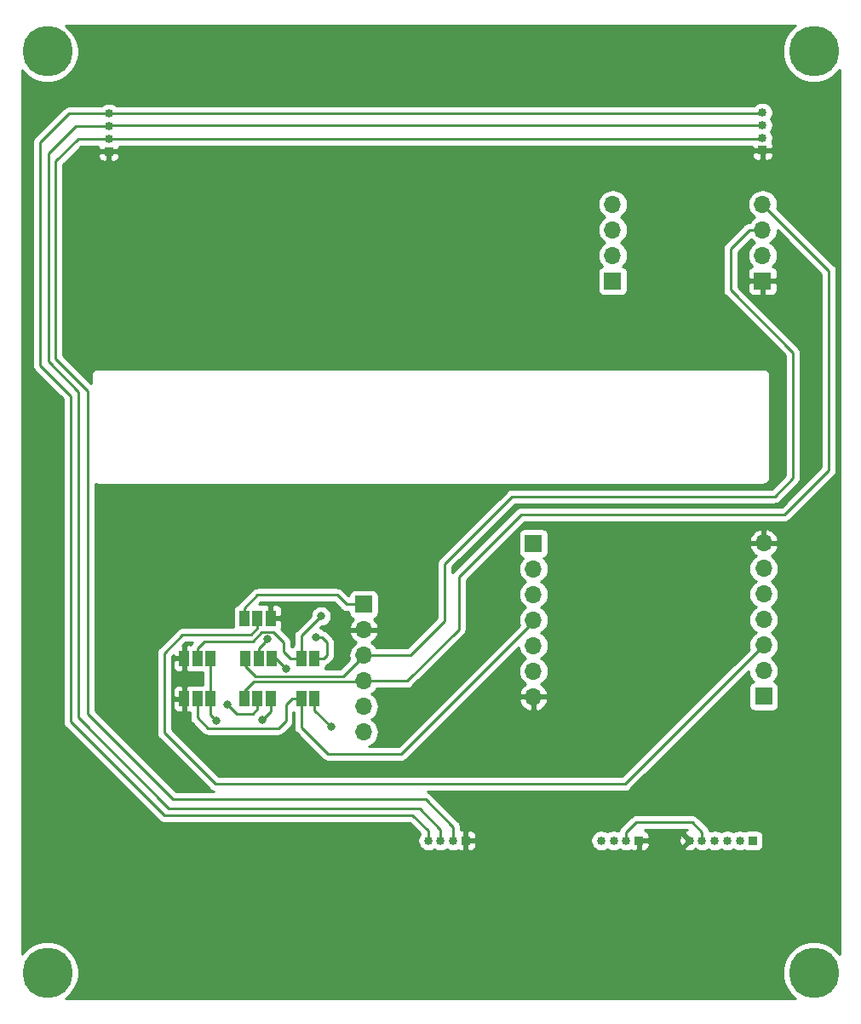
<source format=gbr>
G04 #@! TF.GenerationSoftware,KiCad,Pcbnew,(5.1.2)-2*
G04 #@! TF.CreationDate,2021-05-04T11:05:57-04:00*
G04 #@! TF.ProjectId,Magnetometer_A,4d61676e-6574-46f6-9d65-7465725f412e,rev?*
G04 #@! TF.SameCoordinates,Original*
G04 #@! TF.FileFunction,Copper,L1,Top*
G04 #@! TF.FilePolarity,Positive*
%FSLAX46Y46*%
G04 Gerber Fmt 4.6, Leading zero omitted, Abs format (unit mm)*
G04 Created by KiCad (PCBNEW (5.1.2)-2) date 2021-05-04 11:05:58*
%MOMM*%
%LPD*%
G04 APERTURE LIST*
%ADD10R,1.700000X1.700000*%
%ADD11O,1.700000X1.700000*%
%ADD12C,5.000000*%
%ADD13R,0.850000X0.850000*%
%ADD14C,0.850000*%
%ADD15R,1.000000X1.500000*%
%ADD16C,0.800000*%
%ADD17C,0.250000*%
%ADD18C,0.254000*%
G04 APERTURE END LIST*
D10*
X95100000Y-59000000D03*
D11*
X95100000Y-56460000D03*
X95100000Y-53920000D03*
X95100000Y-51380000D03*
D12*
X38900000Y-36175000D03*
X115100000Y-127750000D03*
X115100000Y-36150000D03*
X38900000Y-127750000D03*
D13*
X110000000Y-46000000D03*
D14*
X110000000Y-44750000D03*
X110000000Y-43500000D03*
X110000000Y-42250000D03*
X45000000Y-42350000D03*
X45000000Y-43600000D03*
X45000000Y-44850000D03*
D13*
X45000000Y-46100000D03*
D14*
X76750000Y-114600000D03*
X78000000Y-114600000D03*
X79250000Y-114600000D03*
D13*
X80500000Y-114600000D03*
D15*
X65450000Y-96500000D03*
X64150000Y-96500000D03*
X52500000Y-96500000D03*
X53800000Y-96500000D03*
X55100000Y-96500000D03*
X58600000Y-96500000D03*
X59900000Y-96500000D03*
X61200000Y-96500000D03*
X61100000Y-100500000D03*
X59800000Y-100500000D03*
X58500000Y-100500000D03*
X65450000Y-100500000D03*
X64150000Y-100500000D03*
D10*
X87220000Y-85070000D03*
D11*
X87220000Y-87610000D03*
X87220000Y-90150000D03*
X87220000Y-92690000D03*
X87220000Y-95230000D03*
X87220000Y-97770000D03*
X87220000Y-100310000D03*
D15*
X55100000Y-100500000D03*
X53800000Y-100500000D03*
X52500000Y-100500000D03*
D11*
X110120000Y-85040000D03*
X110120000Y-87580000D03*
X110120000Y-90120000D03*
X110120000Y-92660000D03*
X110120000Y-95200000D03*
X110120000Y-97740000D03*
D10*
X110120000Y-100280000D03*
D15*
X58500000Y-92500000D03*
X59800000Y-92500000D03*
X61100000Y-92500000D03*
D10*
X70350000Y-91130000D03*
D11*
X70350000Y-93670000D03*
X70350000Y-96210000D03*
X70350000Y-98750000D03*
X70350000Y-101290000D03*
X70350000Y-103830000D03*
D14*
X102750000Y-114600000D03*
X104000000Y-114600000D03*
X105250000Y-114600000D03*
X106500000Y-114600000D03*
X107750000Y-114600000D03*
D13*
X109000000Y-114600000D03*
X97700000Y-114600000D03*
D14*
X96450000Y-114600000D03*
X95200000Y-114600000D03*
X93950000Y-114600000D03*
D11*
X110000000Y-51380000D03*
X110000000Y-53920000D03*
X110000000Y-56460000D03*
D10*
X110000000Y-59000000D03*
D16*
X55700000Y-102700000D03*
X62600000Y-97500000D03*
X65600000Y-94400000D03*
X60300000Y-102600000D03*
X67100000Y-103300000D03*
X66100000Y-92300002D03*
X60800000Y-94599999D03*
X56799999Y-101100001D03*
D17*
X55100000Y-100500000D02*
X55100000Y-96500000D01*
X104000000Y-113800000D02*
X104000000Y-114600000D01*
X103000000Y-112800000D02*
X104000000Y-113800000D01*
X97400000Y-112800000D02*
X103000000Y-112800000D01*
X96450000Y-114600000D02*
X96450000Y-113750000D01*
X96450000Y-113750000D02*
X97400000Y-112800000D01*
X58500000Y-91500000D02*
X59800000Y-90200000D01*
X58500000Y-92500000D02*
X58500000Y-91500000D01*
X59800000Y-90200000D02*
X67700000Y-90200000D01*
X68630000Y-91130000D02*
X70350000Y-91130000D01*
X67700000Y-90200000D02*
X68630000Y-91130000D01*
X55100000Y-100500000D02*
X55100000Y-101500000D01*
X55100000Y-101500000D02*
X55100000Y-102100000D01*
X55100000Y-102100000D02*
X55700000Y-102700000D01*
X79250000Y-113250000D02*
X79250000Y-114600000D01*
X76500000Y-110500000D02*
X79250000Y-113250000D01*
X51400000Y-110500000D02*
X76500000Y-110500000D01*
X41950000Y-44850000D02*
X39700000Y-47100000D01*
X42900000Y-102000000D02*
X51400000Y-110500000D01*
X39700000Y-47100000D02*
X39700000Y-66700000D01*
X39700000Y-66700000D02*
X42900000Y-69900000D01*
X42900000Y-69900000D02*
X42900000Y-102000000D01*
X109900000Y-44850000D02*
X110000000Y-44750000D01*
X45000000Y-44850000D02*
X109900000Y-44850000D01*
X41950000Y-44850000D02*
X45000000Y-44850000D01*
X61600000Y-96500000D02*
X61200000Y-96500000D01*
X62600000Y-97500000D02*
X61600000Y-96500000D01*
X58500000Y-99700000D02*
X58500000Y-100500000D01*
X59400000Y-98800000D02*
X58500000Y-99700000D01*
X70350000Y-98750000D02*
X70300000Y-98800000D01*
X70300000Y-98800000D02*
X59400000Y-98800000D01*
X86000000Y-82200000D02*
X112000000Y-82200000D01*
X70350000Y-98750000D02*
X74650000Y-98750000D01*
X79800000Y-93600000D02*
X79800000Y-88400000D01*
X74650000Y-98750000D02*
X79800000Y-93600000D01*
X79800000Y-88400000D02*
X86000000Y-82200000D01*
X112000000Y-82200000D02*
X111400000Y-82200000D01*
X112600000Y-53980000D02*
X110000000Y-51380000D01*
X116600000Y-57980000D02*
X112600000Y-53980000D01*
X116600000Y-77800000D02*
X116600000Y-57980000D01*
X112000000Y-82200000D02*
X112200000Y-82200000D01*
X112200000Y-82200000D02*
X116600000Y-77800000D01*
X58600000Y-97300000D02*
X58600000Y-96500000D01*
X59600000Y-98300000D02*
X58600000Y-97300000D01*
X68300000Y-98300000D02*
X59600000Y-98300000D01*
X70350000Y-96210000D02*
X70350000Y-96250000D01*
X70350000Y-96250000D02*
X68300000Y-98300000D01*
X108680000Y-53920000D02*
X110000000Y-53920000D01*
X106800000Y-55800000D02*
X108680000Y-53920000D01*
X113000000Y-66100000D02*
X106800000Y-59900000D01*
X113000000Y-78600000D02*
X113000000Y-66100000D01*
X74990000Y-96210000D02*
X78400000Y-92800000D01*
X106800000Y-59900000D02*
X106800000Y-55800000D01*
X70350000Y-96210000D02*
X74990000Y-96210000D01*
X78400000Y-92800000D02*
X78400000Y-87100000D01*
X78400000Y-87100000D02*
X85100000Y-80400000D01*
X85100000Y-80400000D02*
X111200000Y-80400000D01*
X111200000Y-80400000D02*
X113000000Y-78600000D01*
X66400000Y-96500000D02*
X65450000Y-96500000D01*
X66700000Y-96200000D02*
X66400000Y-96500000D01*
X66700000Y-94900000D02*
X66700000Y-96200000D01*
X65600000Y-94400000D02*
X66200000Y-94400000D01*
X66200000Y-94400000D02*
X66700000Y-94900000D01*
X60699999Y-102200001D02*
X60300000Y-102600000D01*
X61100000Y-101800000D02*
X60699999Y-102200001D01*
X61100000Y-100500000D02*
X61100000Y-101800000D01*
X65450000Y-100500000D02*
X65450000Y-101650000D01*
X65450000Y-101650000D02*
X67100000Y-103300000D01*
X45050000Y-42300000D02*
X45000000Y-42350000D01*
X110000000Y-42250000D02*
X109950000Y-42300000D01*
X109950000Y-42300000D02*
X45050000Y-42300000D01*
X41050000Y-42350000D02*
X45000000Y-42350000D01*
X41000000Y-42400000D02*
X41050000Y-42350000D01*
X75200000Y-112100000D02*
X76750000Y-113650000D01*
X38200000Y-45200000D02*
X38200000Y-67400000D01*
X41050000Y-42350000D02*
X38200000Y-45200000D01*
X38200000Y-67400000D02*
X41200000Y-70400000D01*
X41200000Y-70400000D02*
X41200000Y-102800000D01*
X41200000Y-102800000D02*
X50500000Y-112100000D01*
X76750000Y-113650000D02*
X76750000Y-114600000D01*
X50500000Y-112100000D02*
X75200000Y-112100000D01*
X45100000Y-43500000D02*
X45000000Y-43600000D01*
X110000000Y-43500000D02*
X45100000Y-43500000D01*
X41700000Y-43600000D02*
X45000000Y-43600000D01*
X39000000Y-46300000D02*
X41700000Y-43600000D01*
X39000000Y-67000000D02*
X39000000Y-46300000D01*
X78000000Y-113500000D02*
X75900000Y-111400000D01*
X78000000Y-114600000D02*
X78000000Y-113500000D01*
X75900000Y-111400000D02*
X51000000Y-111400000D01*
X51000000Y-111400000D02*
X42000000Y-102400000D01*
X42000000Y-102400000D02*
X42000000Y-70000000D01*
X42000000Y-70000000D02*
X39000000Y-67000000D01*
X65700001Y-92700001D02*
X66100000Y-92300002D01*
X64150000Y-96500000D02*
X64150000Y-94250002D01*
X64150000Y-94250002D02*
X65700001Y-92700001D01*
X53800000Y-95500000D02*
X53800000Y-96500000D01*
X54500000Y-94800000D02*
X53800000Y-95500000D01*
X59300000Y-94800000D02*
X54500000Y-94800000D01*
X63100000Y-96500000D02*
X62400000Y-95800000D01*
X64150000Y-96500000D02*
X63100000Y-96500000D01*
X62400000Y-95800000D02*
X62400000Y-94900000D01*
X62400000Y-94900000D02*
X61374998Y-93874998D01*
X61374998Y-93874998D02*
X60225002Y-93874998D01*
X60225002Y-93874998D02*
X59300000Y-94800000D01*
X59900000Y-95499999D02*
X60400001Y-94999998D01*
X60400001Y-94999998D02*
X60800000Y-94599999D01*
X59900000Y-96500000D02*
X59900000Y-95499999D01*
X59800000Y-100500000D02*
X59800000Y-101500000D01*
X57699998Y-102000000D02*
X57199998Y-101500000D01*
X59300000Y-102000000D02*
X57699998Y-102000000D01*
X57199998Y-101500000D02*
X56799999Y-101100001D01*
X59800000Y-101500000D02*
X59300000Y-102000000D01*
X53800000Y-102400000D02*
X53800000Y-100500000D01*
X63200000Y-100500000D02*
X62600000Y-101100000D01*
X64150000Y-100500000D02*
X63200000Y-100500000D01*
X62600000Y-101100000D02*
X62600000Y-102700000D01*
X61874999Y-103425001D02*
X54825001Y-103425001D01*
X62600000Y-102700000D02*
X61874999Y-103425001D01*
X54825001Y-103425001D02*
X53800000Y-102400000D01*
X64150000Y-103350000D02*
X64150000Y-100500000D01*
X66800000Y-106000000D02*
X64150000Y-103350000D01*
X74100000Y-106000000D02*
X66800000Y-106000000D01*
X87220000Y-92690000D02*
X87220000Y-92880000D01*
X87220000Y-92880000D02*
X74100000Y-106000000D01*
X109270001Y-96049999D02*
X110120000Y-95200000D01*
X96320000Y-109000000D02*
X109270001Y-96049999D01*
X55600000Y-109000000D02*
X96320000Y-109000000D01*
X59800000Y-93500000D02*
X59150011Y-94149989D01*
X59800000Y-92500000D02*
X59800000Y-93500000D01*
X59150011Y-94149989D02*
X52350011Y-94149989D01*
X52350011Y-94149989D02*
X50500000Y-96000000D01*
X50500000Y-96000000D02*
X50500000Y-103900000D01*
X50500000Y-103900000D02*
X55600000Y-109000000D01*
D18*
G36*
X113101554Y-33714886D02*
G01*
X112664886Y-34151554D01*
X112321799Y-34665021D01*
X112085476Y-35235554D01*
X111965000Y-35841229D01*
X111965000Y-36458771D01*
X112085476Y-37064446D01*
X112321799Y-37634979D01*
X112664886Y-38148446D01*
X113101554Y-38585114D01*
X113615021Y-38928201D01*
X114185554Y-39164524D01*
X114791229Y-39285000D01*
X115408771Y-39285000D01*
X116014446Y-39164524D01*
X116584979Y-38928201D01*
X117098446Y-38585114D01*
X117535114Y-38148446D01*
X117640000Y-37991473D01*
X117640001Y-125908529D01*
X117535114Y-125751554D01*
X117098446Y-125314886D01*
X116584979Y-124971799D01*
X116014446Y-124735476D01*
X115408771Y-124615000D01*
X114791229Y-124615000D01*
X114185554Y-124735476D01*
X113615021Y-124971799D01*
X113101554Y-125314886D01*
X112664886Y-125751554D01*
X112321799Y-126265021D01*
X112085476Y-126835554D01*
X111965000Y-127441229D01*
X111965000Y-128058771D01*
X112085476Y-128664446D01*
X112321799Y-129234979D01*
X112664886Y-129748446D01*
X113101554Y-130185114D01*
X113258527Y-130290000D01*
X40741473Y-130290000D01*
X40898446Y-130185114D01*
X41335114Y-129748446D01*
X41678201Y-129234979D01*
X41914524Y-128664446D01*
X42035000Y-128058771D01*
X42035000Y-127441229D01*
X41914524Y-126835554D01*
X41678201Y-126265021D01*
X41335114Y-125751554D01*
X40898446Y-125314886D01*
X40384979Y-124971799D01*
X39814446Y-124735476D01*
X39208771Y-124615000D01*
X38591229Y-124615000D01*
X37985554Y-124735476D01*
X37415021Y-124971799D01*
X36901554Y-125314886D01*
X36464886Y-125751554D01*
X36360000Y-125908527D01*
X36360000Y-45200000D01*
X37436324Y-45200000D01*
X37440000Y-45237322D01*
X37440001Y-67362667D01*
X37436324Y-67400000D01*
X37450998Y-67548985D01*
X37494454Y-67692246D01*
X37565026Y-67824276D01*
X37636201Y-67911002D01*
X37660000Y-67940001D01*
X37688998Y-67963799D01*
X40440000Y-70714802D01*
X40440001Y-102762667D01*
X40436324Y-102800000D01*
X40440001Y-102837333D01*
X40450998Y-102948986D01*
X40464121Y-102992246D01*
X40494454Y-103092246D01*
X40565026Y-103224276D01*
X40636201Y-103311002D01*
X40660000Y-103340001D01*
X40688998Y-103363799D01*
X49936200Y-112611002D01*
X49959999Y-112640001D01*
X49988997Y-112663799D01*
X50075723Y-112734974D01*
X50197377Y-112800000D01*
X50207753Y-112805546D01*
X50351014Y-112849003D01*
X50462667Y-112860000D01*
X50462676Y-112860000D01*
X50499999Y-112863676D01*
X50537322Y-112860000D01*
X74885199Y-112860000D01*
X75938066Y-113912867D01*
X75926644Y-113924289D01*
X75810640Y-114097902D01*
X75730735Y-114290809D01*
X75690000Y-114495599D01*
X75690000Y-114704401D01*
X75730735Y-114909191D01*
X75810640Y-115102098D01*
X75926644Y-115275711D01*
X76074289Y-115423356D01*
X76247902Y-115539360D01*
X76440809Y-115619265D01*
X76645599Y-115660000D01*
X76854401Y-115660000D01*
X77059191Y-115619265D01*
X77252098Y-115539360D01*
X77375000Y-115457240D01*
X77497902Y-115539360D01*
X77690809Y-115619265D01*
X77895599Y-115660000D01*
X78104401Y-115660000D01*
X78309191Y-115619265D01*
X78502098Y-115539360D01*
X78625000Y-115457240D01*
X78747902Y-115539360D01*
X78940809Y-115619265D01*
X79145599Y-115660000D01*
X79354401Y-115660000D01*
X79559191Y-115619265D01*
X79718003Y-115553483D01*
X79720506Y-115555537D01*
X79830820Y-115614502D01*
X79950518Y-115650812D01*
X80075000Y-115663072D01*
X80214250Y-115660000D01*
X80373000Y-115501250D01*
X80373000Y-114727000D01*
X80627000Y-114727000D01*
X80627000Y-115501250D01*
X80785750Y-115660000D01*
X80925000Y-115663072D01*
X81049482Y-115650812D01*
X81169180Y-115614502D01*
X81279494Y-115555537D01*
X81376185Y-115476185D01*
X81455537Y-115379494D01*
X81514502Y-115269180D01*
X81550812Y-115149482D01*
X81563072Y-115025000D01*
X81560000Y-114885750D01*
X81401250Y-114727000D01*
X80627000Y-114727000D01*
X80373000Y-114727000D01*
X80353000Y-114727000D01*
X80353000Y-114495599D01*
X92890000Y-114495599D01*
X92890000Y-114704401D01*
X92930735Y-114909191D01*
X93010640Y-115102098D01*
X93126644Y-115275711D01*
X93274289Y-115423356D01*
X93447902Y-115539360D01*
X93640809Y-115619265D01*
X93845599Y-115660000D01*
X94054401Y-115660000D01*
X94259191Y-115619265D01*
X94452098Y-115539360D01*
X94575000Y-115457240D01*
X94697902Y-115539360D01*
X94890809Y-115619265D01*
X95095599Y-115660000D01*
X95304401Y-115660000D01*
X95509191Y-115619265D01*
X95702098Y-115539360D01*
X95825000Y-115457240D01*
X95947902Y-115539360D01*
X96140809Y-115619265D01*
X96345599Y-115660000D01*
X96554401Y-115660000D01*
X96759191Y-115619265D01*
X96918003Y-115553483D01*
X96920506Y-115555537D01*
X97030820Y-115614502D01*
X97150518Y-115650812D01*
X97275000Y-115663072D01*
X97414250Y-115660000D01*
X97573000Y-115501250D01*
X97573000Y-114727000D01*
X97827000Y-114727000D01*
X97827000Y-115501250D01*
X97985750Y-115660000D01*
X98125000Y-115663072D01*
X98249482Y-115650812D01*
X98369180Y-115614502D01*
X98479494Y-115555537D01*
X98576185Y-115476185D01*
X98655537Y-115379494D01*
X98714502Y-115269180D01*
X98750812Y-115149482D01*
X98763072Y-115025000D01*
X98760000Y-114885750D01*
X98601250Y-114727000D01*
X97827000Y-114727000D01*
X97573000Y-114727000D01*
X97553000Y-114727000D01*
X97553000Y-114685384D01*
X101688298Y-114685384D01*
X101725356Y-114890870D01*
X101801790Y-115085179D01*
X101819790Y-115118856D01*
X102025614Y-115144781D01*
X102570395Y-114600000D01*
X102025614Y-114055219D01*
X101819790Y-114081144D01*
X101736440Y-114272588D01*
X101692041Y-114476616D01*
X101688298Y-114685384D01*
X97553000Y-114685384D01*
X97553000Y-114473000D01*
X97573000Y-114473000D01*
X97573000Y-114453000D01*
X97827000Y-114453000D01*
X97827000Y-114473000D01*
X98601250Y-114473000D01*
X98760000Y-114314250D01*
X98763072Y-114175000D01*
X98750812Y-114050518D01*
X98714502Y-113930820D01*
X98655537Y-113820506D01*
X98576185Y-113723815D01*
X98479494Y-113644463D01*
X98369180Y-113585498D01*
X98285124Y-113560000D01*
X102544279Y-113560000D01*
X102459130Y-113575356D01*
X102264821Y-113651790D01*
X102231144Y-113669790D01*
X102205219Y-113875614D01*
X102750000Y-114420395D01*
X102764143Y-114406253D01*
X102940000Y-114582110D01*
X102940000Y-114589605D01*
X102929605Y-114600000D01*
X102940000Y-114610395D01*
X102940000Y-114617890D01*
X102764143Y-114793748D01*
X102750000Y-114779605D01*
X102205219Y-115324386D01*
X102231144Y-115530210D01*
X102422588Y-115613560D01*
X102626616Y-115657959D01*
X102835384Y-115661702D01*
X103040870Y-115624644D01*
X103235179Y-115548210D01*
X103268856Y-115530210D01*
X103287011Y-115386078D01*
X103324289Y-115423356D01*
X103497902Y-115539360D01*
X103690809Y-115619265D01*
X103895599Y-115660000D01*
X104104401Y-115660000D01*
X104309191Y-115619265D01*
X104502098Y-115539360D01*
X104625000Y-115457240D01*
X104747902Y-115539360D01*
X104940809Y-115619265D01*
X105145599Y-115660000D01*
X105354401Y-115660000D01*
X105559191Y-115619265D01*
X105752098Y-115539360D01*
X105875000Y-115457240D01*
X105997902Y-115539360D01*
X106190809Y-115619265D01*
X106395599Y-115660000D01*
X106604401Y-115660000D01*
X106809191Y-115619265D01*
X107002098Y-115539360D01*
X107125000Y-115457240D01*
X107247902Y-115539360D01*
X107440809Y-115619265D01*
X107645599Y-115660000D01*
X107854401Y-115660000D01*
X108059191Y-115619265D01*
X108218003Y-115553483D01*
X108220506Y-115555537D01*
X108330820Y-115614502D01*
X108450518Y-115650812D01*
X108575000Y-115663072D01*
X109425000Y-115663072D01*
X109549482Y-115650812D01*
X109669180Y-115614502D01*
X109779494Y-115555537D01*
X109876185Y-115476185D01*
X109955537Y-115379494D01*
X110014502Y-115269180D01*
X110050812Y-115149482D01*
X110063072Y-115025000D01*
X110063072Y-114175000D01*
X110050812Y-114050518D01*
X110014502Y-113930820D01*
X109955537Y-113820506D01*
X109876185Y-113723815D01*
X109779494Y-113644463D01*
X109669180Y-113585498D01*
X109549482Y-113549188D01*
X109425000Y-113536928D01*
X108575000Y-113536928D01*
X108450518Y-113549188D01*
X108330820Y-113585498D01*
X108220506Y-113644463D01*
X108218003Y-113646517D01*
X108059191Y-113580735D01*
X107854401Y-113540000D01*
X107645599Y-113540000D01*
X107440809Y-113580735D01*
X107247902Y-113660640D01*
X107125000Y-113742760D01*
X107002098Y-113660640D01*
X106809191Y-113580735D01*
X106604401Y-113540000D01*
X106395599Y-113540000D01*
X106190809Y-113580735D01*
X105997902Y-113660640D01*
X105875000Y-113742760D01*
X105752098Y-113660640D01*
X105559191Y-113580735D01*
X105354401Y-113540000D01*
X105145599Y-113540000D01*
X104940809Y-113580735D01*
X104749871Y-113659825D01*
X104749003Y-113651014D01*
X104705546Y-113507753D01*
X104634974Y-113375724D01*
X104563799Y-113288997D01*
X104540001Y-113259999D01*
X104511004Y-113236202D01*
X103563804Y-112289002D01*
X103540001Y-112259999D01*
X103424276Y-112165026D01*
X103292247Y-112094454D01*
X103148986Y-112050997D01*
X103037333Y-112040000D01*
X103037322Y-112040000D01*
X103000000Y-112036324D01*
X102962678Y-112040000D01*
X97437323Y-112040000D01*
X97400000Y-112036324D01*
X97362677Y-112040000D01*
X97362667Y-112040000D01*
X97251014Y-112050997D01*
X97107753Y-112094454D01*
X96975723Y-112165026D01*
X96892083Y-112233668D01*
X96859999Y-112259999D01*
X96836201Y-112288997D01*
X95938998Y-113186201D01*
X95910000Y-113209999D01*
X95886202Y-113238997D01*
X95886201Y-113238998D01*
X95815026Y-113325724D01*
X95744454Y-113457754D01*
X95720438Y-113536928D01*
X95700998Y-113601014D01*
X95695398Y-113657865D01*
X95509191Y-113580735D01*
X95304401Y-113540000D01*
X95095599Y-113540000D01*
X94890809Y-113580735D01*
X94697902Y-113660640D01*
X94575000Y-113742760D01*
X94452098Y-113660640D01*
X94259191Y-113580735D01*
X94054401Y-113540000D01*
X93845599Y-113540000D01*
X93640809Y-113580735D01*
X93447902Y-113660640D01*
X93274289Y-113776644D01*
X93126644Y-113924289D01*
X93010640Y-114097902D01*
X92930735Y-114290809D01*
X92890000Y-114495599D01*
X80353000Y-114495599D01*
X80353000Y-114473000D01*
X80373000Y-114473000D01*
X80373000Y-113698750D01*
X80627000Y-113698750D01*
X80627000Y-114473000D01*
X81401250Y-114473000D01*
X81560000Y-114314250D01*
X81563072Y-114175000D01*
X81550812Y-114050518D01*
X81514502Y-113930820D01*
X81455537Y-113820506D01*
X81376185Y-113723815D01*
X81279494Y-113644463D01*
X81169180Y-113585498D01*
X81049482Y-113549188D01*
X80925000Y-113536928D01*
X80785750Y-113540000D01*
X80627000Y-113698750D01*
X80373000Y-113698750D01*
X80214250Y-113540000D01*
X80075000Y-113536928D01*
X80010000Y-113543330D01*
X80010000Y-113287322D01*
X80013676Y-113249999D01*
X80010000Y-113212676D01*
X80010000Y-113212667D01*
X79999003Y-113101014D01*
X79955546Y-112957753D01*
X79884974Y-112825724D01*
X79790001Y-112709999D01*
X79761004Y-112686202D01*
X77063804Y-109989003D01*
X77040001Y-109959999D01*
X76924276Y-109865026D01*
X76792247Y-109794454D01*
X76678665Y-109760000D01*
X96282678Y-109760000D01*
X96320000Y-109763676D01*
X96357322Y-109760000D01*
X96357333Y-109760000D01*
X96468986Y-109749003D01*
X96612247Y-109705546D01*
X96744276Y-109634974D01*
X96860001Y-109540001D01*
X96883804Y-109510997D01*
X108630235Y-97764567D01*
X108656487Y-98031111D01*
X108741401Y-98311034D01*
X108879294Y-98569014D01*
X109064866Y-98795134D01*
X109094687Y-98819607D01*
X109025820Y-98840498D01*
X108915506Y-98899463D01*
X108818815Y-98978815D01*
X108739463Y-99075506D01*
X108680498Y-99185820D01*
X108644188Y-99305518D01*
X108631928Y-99430000D01*
X108631928Y-101130000D01*
X108644188Y-101254482D01*
X108680498Y-101374180D01*
X108739463Y-101484494D01*
X108818815Y-101581185D01*
X108915506Y-101660537D01*
X109025820Y-101719502D01*
X109145518Y-101755812D01*
X109270000Y-101768072D01*
X110970000Y-101768072D01*
X111094482Y-101755812D01*
X111214180Y-101719502D01*
X111324494Y-101660537D01*
X111421185Y-101581185D01*
X111500537Y-101484494D01*
X111559502Y-101374180D01*
X111595812Y-101254482D01*
X111608072Y-101130000D01*
X111608072Y-99430000D01*
X111595812Y-99305518D01*
X111559502Y-99185820D01*
X111500537Y-99075506D01*
X111421185Y-98978815D01*
X111324494Y-98899463D01*
X111214180Y-98840498D01*
X111145313Y-98819607D01*
X111175134Y-98795134D01*
X111360706Y-98569014D01*
X111498599Y-98311034D01*
X111583513Y-98031111D01*
X111612185Y-97740000D01*
X111583513Y-97448889D01*
X111498599Y-97168966D01*
X111360706Y-96910986D01*
X111175134Y-96684866D01*
X110949014Y-96499294D01*
X110894209Y-96470000D01*
X110949014Y-96440706D01*
X111175134Y-96255134D01*
X111360706Y-96029014D01*
X111498599Y-95771034D01*
X111583513Y-95491111D01*
X111612185Y-95200000D01*
X111583513Y-94908889D01*
X111498599Y-94628966D01*
X111360706Y-94370986D01*
X111175134Y-94144866D01*
X110949014Y-93959294D01*
X110894209Y-93930000D01*
X110949014Y-93900706D01*
X111175134Y-93715134D01*
X111360706Y-93489014D01*
X111498599Y-93231034D01*
X111583513Y-92951111D01*
X111612185Y-92660000D01*
X111583513Y-92368889D01*
X111498599Y-92088966D01*
X111360706Y-91830986D01*
X111175134Y-91604866D01*
X110949014Y-91419294D01*
X110894209Y-91390000D01*
X110949014Y-91360706D01*
X111175134Y-91175134D01*
X111360706Y-90949014D01*
X111498599Y-90691034D01*
X111583513Y-90411111D01*
X111612185Y-90120000D01*
X111583513Y-89828889D01*
X111498599Y-89548966D01*
X111360706Y-89290986D01*
X111175134Y-89064866D01*
X110949014Y-88879294D01*
X110894209Y-88850000D01*
X110949014Y-88820706D01*
X111175134Y-88635134D01*
X111360706Y-88409014D01*
X111498599Y-88151034D01*
X111583513Y-87871111D01*
X111612185Y-87580000D01*
X111583513Y-87288889D01*
X111498599Y-87008966D01*
X111360706Y-86750986D01*
X111175134Y-86524866D01*
X110949014Y-86339294D01*
X110884477Y-86304799D01*
X111001355Y-86235178D01*
X111217588Y-86040269D01*
X111391641Y-85806920D01*
X111516825Y-85544099D01*
X111561476Y-85396890D01*
X111440155Y-85167000D01*
X110247000Y-85167000D01*
X110247000Y-85187000D01*
X109993000Y-85187000D01*
X109993000Y-85167000D01*
X108799845Y-85167000D01*
X108678524Y-85396890D01*
X108723175Y-85544099D01*
X108848359Y-85806920D01*
X109022412Y-86040269D01*
X109238645Y-86235178D01*
X109355523Y-86304799D01*
X109290986Y-86339294D01*
X109064866Y-86524866D01*
X108879294Y-86750986D01*
X108741401Y-87008966D01*
X108656487Y-87288889D01*
X108627815Y-87580000D01*
X108656487Y-87871111D01*
X108741401Y-88151034D01*
X108879294Y-88409014D01*
X109064866Y-88635134D01*
X109290986Y-88820706D01*
X109345791Y-88850000D01*
X109290986Y-88879294D01*
X109064866Y-89064866D01*
X108879294Y-89290986D01*
X108741401Y-89548966D01*
X108656487Y-89828889D01*
X108627815Y-90120000D01*
X108656487Y-90411111D01*
X108741401Y-90691034D01*
X108879294Y-90949014D01*
X109064866Y-91175134D01*
X109290986Y-91360706D01*
X109345791Y-91390000D01*
X109290986Y-91419294D01*
X109064866Y-91604866D01*
X108879294Y-91830986D01*
X108741401Y-92088966D01*
X108656487Y-92368889D01*
X108627815Y-92660000D01*
X108656487Y-92951111D01*
X108741401Y-93231034D01*
X108879294Y-93489014D01*
X109064866Y-93715134D01*
X109290986Y-93900706D01*
X109345791Y-93930000D01*
X109290986Y-93959294D01*
X109064866Y-94144866D01*
X108879294Y-94370986D01*
X108741401Y-94628966D01*
X108656487Y-94908889D01*
X108627815Y-95200000D01*
X108656487Y-95491111D01*
X108679203Y-95565995D01*
X96005199Y-108240000D01*
X55914802Y-108240000D01*
X51260000Y-103585199D01*
X51260000Y-101250000D01*
X51361928Y-101250000D01*
X51374188Y-101374482D01*
X51410498Y-101494180D01*
X51469463Y-101604494D01*
X51548815Y-101701185D01*
X51645506Y-101780537D01*
X51755820Y-101839502D01*
X51875518Y-101875812D01*
X52000000Y-101888072D01*
X52214250Y-101885000D01*
X52373000Y-101726250D01*
X52373000Y-100627000D01*
X51523750Y-100627000D01*
X51365000Y-100785750D01*
X51361928Y-101250000D01*
X51260000Y-101250000D01*
X51260000Y-99750000D01*
X51361928Y-99750000D01*
X51365000Y-100214250D01*
X51523750Y-100373000D01*
X52373000Y-100373000D01*
X52373000Y-99273750D01*
X52214250Y-99115000D01*
X52000000Y-99111928D01*
X51875518Y-99124188D01*
X51755820Y-99160498D01*
X51645506Y-99219463D01*
X51548815Y-99298815D01*
X51469463Y-99395506D01*
X51410498Y-99505820D01*
X51374188Y-99625518D01*
X51361928Y-99750000D01*
X51260000Y-99750000D01*
X51260000Y-97250000D01*
X51361928Y-97250000D01*
X51374188Y-97374482D01*
X51410498Y-97494180D01*
X51469463Y-97604494D01*
X51548815Y-97701185D01*
X51645506Y-97780537D01*
X51755820Y-97839502D01*
X51875518Y-97875812D01*
X52000000Y-97888072D01*
X52214250Y-97885000D01*
X52373000Y-97726250D01*
X52373000Y-96627000D01*
X51523750Y-96627000D01*
X51365000Y-96785750D01*
X51361928Y-97250000D01*
X51260000Y-97250000D01*
X51260000Y-96314801D01*
X51364971Y-96209830D01*
X51365000Y-96214250D01*
X51523750Y-96373000D01*
X52373000Y-96373000D01*
X52373000Y-95273750D01*
X52337026Y-95237776D01*
X52664813Y-94909989D01*
X53315210Y-94909989D01*
X53289002Y-94936197D01*
X53259999Y-94959999D01*
X53215946Y-95013678D01*
X53165026Y-95075724D01*
X53137079Y-95128009D01*
X53124482Y-95124188D01*
X53000000Y-95111928D01*
X52785750Y-95115000D01*
X52627000Y-95273750D01*
X52627000Y-96373000D01*
X52647000Y-96373000D01*
X52647000Y-96627000D01*
X52627000Y-96627000D01*
X52627000Y-97726250D01*
X52785750Y-97885000D01*
X53000000Y-97888072D01*
X53124482Y-97875812D01*
X53150000Y-97868071D01*
X53175518Y-97875812D01*
X53300000Y-97888072D01*
X54300000Y-97888072D01*
X54340001Y-97884132D01*
X54340000Y-99115868D01*
X54300000Y-99111928D01*
X53300000Y-99111928D01*
X53175518Y-99124188D01*
X53150000Y-99131929D01*
X53124482Y-99124188D01*
X53000000Y-99111928D01*
X52785750Y-99115000D01*
X52627000Y-99273750D01*
X52627000Y-100373000D01*
X52647000Y-100373000D01*
X52647000Y-100627000D01*
X52627000Y-100627000D01*
X52627000Y-101726250D01*
X52785750Y-101885000D01*
X53000000Y-101888072D01*
X53040000Y-101884132D01*
X53040000Y-102362677D01*
X53036324Y-102400000D01*
X53040000Y-102437322D01*
X53040000Y-102437332D01*
X53050997Y-102548985D01*
X53087281Y-102668599D01*
X53094454Y-102692246D01*
X53165026Y-102824276D01*
X53197362Y-102863677D01*
X53259999Y-102940001D01*
X53289002Y-102963804D01*
X54261202Y-103936004D01*
X54285000Y-103965002D01*
X54400725Y-104059975D01*
X54532754Y-104130547D01*
X54676015Y-104174004D01*
X54787668Y-104185001D01*
X54787677Y-104185001D01*
X54825000Y-104188677D01*
X54862323Y-104185001D01*
X61837677Y-104185001D01*
X61874999Y-104188677D01*
X61912321Y-104185001D01*
X61912332Y-104185001D01*
X62023985Y-104174004D01*
X62167246Y-104130547D01*
X62299275Y-104059975D01*
X62415000Y-103965002D01*
X62438802Y-103935999D01*
X63111002Y-103263799D01*
X63140001Y-103240001D01*
X63234974Y-103124276D01*
X63305546Y-102992247D01*
X63349003Y-102848986D01*
X63360000Y-102737333D01*
X63360000Y-102737324D01*
X63363676Y-102700001D01*
X63360000Y-102662678D01*
X63360000Y-101815010D01*
X63390001Y-101831046D01*
X63390000Y-103312677D01*
X63386324Y-103350000D01*
X63390000Y-103387322D01*
X63390000Y-103387332D01*
X63400997Y-103498985D01*
X63429287Y-103592246D01*
X63444454Y-103642246D01*
X63515026Y-103774276D01*
X63528141Y-103790256D01*
X63609999Y-103890001D01*
X63639003Y-103913804D01*
X66236201Y-106511003D01*
X66259999Y-106540001D01*
X66288997Y-106563799D01*
X66375723Y-106634974D01*
X66507753Y-106705546D01*
X66651014Y-106749003D01*
X66762667Y-106760000D01*
X66762677Y-106760000D01*
X66800000Y-106763676D01*
X66837323Y-106760000D01*
X74062678Y-106760000D01*
X74100000Y-106763676D01*
X74137322Y-106760000D01*
X74137333Y-106760000D01*
X74248986Y-106749003D01*
X74392247Y-106705546D01*
X74524276Y-106634974D01*
X74640001Y-106540001D01*
X74663804Y-106510997D01*
X80507911Y-100666890D01*
X85778524Y-100666890D01*
X85823175Y-100814099D01*
X85948359Y-101076920D01*
X86122412Y-101310269D01*
X86338645Y-101505178D01*
X86588748Y-101654157D01*
X86863109Y-101751481D01*
X87093000Y-101630814D01*
X87093000Y-100437000D01*
X87347000Y-100437000D01*
X87347000Y-101630814D01*
X87576891Y-101751481D01*
X87851252Y-101654157D01*
X88101355Y-101505178D01*
X88317588Y-101310269D01*
X88491641Y-101076920D01*
X88616825Y-100814099D01*
X88661476Y-100666890D01*
X88540155Y-100437000D01*
X87347000Y-100437000D01*
X87093000Y-100437000D01*
X85899845Y-100437000D01*
X85778524Y-100666890D01*
X80507911Y-100666890D01*
X85747270Y-95427532D01*
X85756487Y-95521111D01*
X85841401Y-95801034D01*
X85979294Y-96059014D01*
X86164866Y-96285134D01*
X86390986Y-96470706D01*
X86445791Y-96500000D01*
X86390986Y-96529294D01*
X86164866Y-96714866D01*
X85979294Y-96940986D01*
X85841401Y-97198966D01*
X85756487Y-97478889D01*
X85727815Y-97770000D01*
X85756487Y-98061111D01*
X85841401Y-98341034D01*
X85979294Y-98599014D01*
X86164866Y-98825134D01*
X86390986Y-99010706D01*
X86455523Y-99045201D01*
X86338645Y-99114822D01*
X86122412Y-99309731D01*
X85948359Y-99543080D01*
X85823175Y-99805901D01*
X85778524Y-99953110D01*
X85899845Y-100183000D01*
X87093000Y-100183000D01*
X87093000Y-100163000D01*
X87347000Y-100163000D01*
X87347000Y-100183000D01*
X88540155Y-100183000D01*
X88661476Y-99953110D01*
X88616825Y-99805901D01*
X88491641Y-99543080D01*
X88317588Y-99309731D01*
X88101355Y-99114822D01*
X87984477Y-99045201D01*
X88049014Y-99010706D01*
X88275134Y-98825134D01*
X88460706Y-98599014D01*
X88598599Y-98341034D01*
X88683513Y-98061111D01*
X88712185Y-97770000D01*
X88683513Y-97478889D01*
X88598599Y-97198966D01*
X88460706Y-96940986D01*
X88275134Y-96714866D01*
X88049014Y-96529294D01*
X87994209Y-96500000D01*
X88049014Y-96470706D01*
X88275134Y-96285134D01*
X88460706Y-96059014D01*
X88598599Y-95801034D01*
X88683513Y-95521111D01*
X88712185Y-95230000D01*
X88683513Y-94938889D01*
X88598599Y-94658966D01*
X88460706Y-94400986D01*
X88275134Y-94174866D01*
X88049014Y-93989294D01*
X87994209Y-93960000D01*
X88049014Y-93930706D01*
X88275134Y-93745134D01*
X88460706Y-93519014D01*
X88598599Y-93261034D01*
X88683513Y-92981111D01*
X88712185Y-92690000D01*
X88683513Y-92398889D01*
X88598599Y-92118966D01*
X88460706Y-91860986D01*
X88275134Y-91634866D01*
X88049014Y-91449294D01*
X87994209Y-91420000D01*
X88049014Y-91390706D01*
X88275134Y-91205134D01*
X88460706Y-90979014D01*
X88598599Y-90721034D01*
X88683513Y-90441111D01*
X88712185Y-90150000D01*
X88683513Y-89858889D01*
X88598599Y-89578966D01*
X88460706Y-89320986D01*
X88275134Y-89094866D01*
X88049014Y-88909294D01*
X87994209Y-88880000D01*
X88049014Y-88850706D01*
X88275134Y-88665134D01*
X88460706Y-88439014D01*
X88598599Y-88181034D01*
X88683513Y-87901111D01*
X88712185Y-87610000D01*
X88683513Y-87318889D01*
X88598599Y-87038966D01*
X88460706Y-86780986D01*
X88275134Y-86554866D01*
X88245313Y-86530393D01*
X88314180Y-86509502D01*
X88424494Y-86450537D01*
X88521185Y-86371185D01*
X88600537Y-86274494D01*
X88659502Y-86164180D01*
X88695812Y-86044482D01*
X88708072Y-85920000D01*
X88708072Y-84683110D01*
X108678524Y-84683110D01*
X108799845Y-84913000D01*
X109993000Y-84913000D01*
X109993000Y-83719186D01*
X110247000Y-83719186D01*
X110247000Y-84913000D01*
X111440155Y-84913000D01*
X111561476Y-84683110D01*
X111516825Y-84535901D01*
X111391641Y-84273080D01*
X111217588Y-84039731D01*
X111001355Y-83844822D01*
X110751252Y-83695843D01*
X110476891Y-83598519D01*
X110247000Y-83719186D01*
X109993000Y-83719186D01*
X109763109Y-83598519D01*
X109488748Y-83695843D01*
X109238645Y-83844822D01*
X109022412Y-84039731D01*
X108848359Y-84273080D01*
X108723175Y-84535901D01*
X108678524Y-84683110D01*
X88708072Y-84683110D01*
X88708072Y-84220000D01*
X88695812Y-84095518D01*
X88659502Y-83975820D01*
X88600537Y-83865506D01*
X88521185Y-83768815D01*
X88424494Y-83689463D01*
X88314180Y-83630498D01*
X88194482Y-83594188D01*
X88070000Y-83581928D01*
X86370000Y-83581928D01*
X86245518Y-83594188D01*
X86125820Y-83630498D01*
X86015506Y-83689463D01*
X85918815Y-83768815D01*
X85839463Y-83865506D01*
X85780498Y-83975820D01*
X85744188Y-84095518D01*
X85731928Y-84220000D01*
X85731928Y-85920000D01*
X85744188Y-86044482D01*
X85780498Y-86164180D01*
X85839463Y-86274494D01*
X85918815Y-86371185D01*
X86015506Y-86450537D01*
X86125820Y-86509502D01*
X86194687Y-86530393D01*
X86164866Y-86554866D01*
X85979294Y-86780986D01*
X85841401Y-87038966D01*
X85756487Y-87318889D01*
X85727815Y-87610000D01*
X85756487Y-87901111D01*
X85841401Y-88181034D01*
X85979294Y-88439014D01*
X86164866Y-88665134D01*
X86390986Y-88850706D01*
X86445791Y-88880000D01*
X86390986Y-88909294D01*
X86164866Y-89094866D01*
X85979294Y-89320986D01*
X85841401Y-89578966D01*
X85756487Y-89858889D01*
X85727815Y-90150000D01*
X85756487Y-90441111D01*
X85841401Y-90721034D01*
X85979294Y-90979014D01*
X86164866Y-91205134D01*
X86390986Y-91390706D01*
X86445791Y-91420000D01*
X86390986Y-91449294D01*
X86164866Y-91634866D01*
X85979294Y-91860986D01*
X85841401Y-92118966D01*
X85756487Y-92398889D01*
X85727815Y-92690000D01*
X85756487Y-92981111D01*
X85823424Y-93201774D01*
X73785199Y-105240000D01*
X70817519Y-105240000D01*
X70921034Y-105208599D01*
X71179014Y-105070706D01*
X71405134Y-104885134D01*
X71590706Y-104659014D01*
X71728599Y-104401034D01*
X71813513Y-104121111D01*
X71842185Y-103830000D01*
X71813513Y-103538889D01*
X71728599Y-103258966D01*
X71590706Y-103000986D01*
X71405134Y-102774866D01*
X71179014Y-102589294D01*
X71124209Y-102560000D01*
X71179014Y-102530706D01*
X71405134Y-102345134D01*
X71590706Y-102119014D01*
X71728599Y-101861034D01*
X71813513Y-101581111D01*
X71842185Y-101290000D01*
X71813513Y-100998889D01*
X71728599Y-100718966D01*
X71590706Y-100460986D01*
X71405134Y-100234866D01*
X71179014Y-100049294D01*
X71124209Y-100020000D01*
X71179014Y-99990706D01*
X71405134Y-99805134D01*
X71590706Y-99579014D01*
X71627595Y-99510000D01*
X74612678Y-99510000D01*
X74650000Y-99513676D01*
X74687322Y-99510000D01*
X74687333Y-99510000D01*
X74798986Y-99499003D01*
X74942247Y-99455546D01*
X75074276Y-99384974D01*
X75190001Y-99290001D01*
X75213804Y-99260997D01*
X80311004Y-94163798D01*
X80340001Y-94140001D01*
X80434974Y-94024276D01*
X80505546Y-93892247D01*
X80549003Y-93748986D01*
X80560000Y-93637333D01*
X80560000Y-93637323D01*
X80563676Y-93600000D01*
X80560000Y-93562677D01*
X80560000Y-88714801D01*
X86314802Y-82960000D01*
X112162678Y-82960000D01*
X112200000Y-82963676D01*
X112237322Y-82960000D01*
X112237333Y-82960000D01*
X112348986Y-82949003D01*
X112492247Y-82905546D01*
X112624276Y-82834974D01*
X112740001Y-82740001D01*
X112763804Y-82710997D01*
X117111004Y-78363798D01*
X117140001Y-78340001D01*
X117234974Y-78224276D01*
X117305546Y-78092247D01*
X117349003Y-77948986D01*
X117360000Y-77837333D01*
X117360000Y-77837325D01*
X117363676Y-77800000D01*
X117360000Y-77762675D01*
X117360000Y-58017322D01*
X117363676Y-57979999D01*
X117360000Y-57942676D01*
X117360000Y-57942667D01*
X117349003Y-57831014D01*
X117305546Y-57687753D01*
X117234974Y-57555724D01*
X117140001Y-57439999D01*
X117111003Y-57416201D01*
X113163804Y-53469003D01*
X113163799Y-53468997D01*
X111440797Y-51745996D01*
X111463513Y-51671111D01*
X111492185Y-51380000D01*
X111463513Y-51088889D01*
X111378599Y-50808966D01*
X111240706Y-50550986D01*
X111055134Y-50324866D01*
X110829014Y-50139294D01*
X110571034Y-50001401D01*
X110291111Y-49916487D01*
X110072950Y-49895000D01*
X109927050Y-49895000D01*
X109708889Y-49916487D01*
X109428966Y-50001401D01*
X109170986Y-50139294D01*
X108944866Y-50324866D01*
X108759294Y-50550986D01*
X108621401Y-50808966D01*
X108536487Y-51088889D01*
X108507815Y-51380000D01*
X108536487Y-51671111D01*
X108621401Y-51951034D01*
X108759294Y-52209014D01*
X108944866Y-52435134D01*
X109170986Y-52620706D01*
X109225791Y-52650000D01*
X109170986Y-52679294D01*
X108944866Y-52864866D01*
X108759294Y-53090986D01*
X108722405Y-53160000D01*
X108717322Y-53160000D01*
X108679999Y-53156324D01*
X108642676Y-53160000D01*
X108642667Y-53160000D01*
X108531014Y-53170997D01*
X108387753Y-53214454D01*
X108255724Y-53285026D01*
X108255722Y-53285027D01*
X108255723Y-53285027D01*
X108168996Y-53356201D01*
X108168992Y-53356205D01*
X108139999Y-53379999D01*
X108116205Y-53408992D01*
X106288998Y-55236201D01*
X106260000Y-55259999D01*
X106236202Y-55288997D01*
X106236201Y-55288998D01*
X106165026Y-55375724D01*
X106094454Y-55507754D01*
X106050998Y-55651015D01*
X106036324Y-55800000D01*
X106040001Y-55837332D01*
X106040000Y-59862677D01*
X106036324Y-59900000D01*
X106040000Y-59937322D01*
X106040000Y-59937332D01*
X106050997Y-60048985D01*
X106064707Y-60094180D01*
X106094454Y-60192246D01*
X106165026Y-60324276D01*
X106204871Y-60372826D01*
X106259999Y-60440001D01*
X106289003Y-60463804D01*
X112240001Y-66414803D01*
X112240000Y-78285197D01*
X110885199Y-79640000D01*
X85137323Y-79640000D01*
X85100000Y-79636324D01*
X85062677Y-79640000D01*
X85062667Y-79640000D01*
X84951014Y-79650997D01*
X84807753Y-79694454D01*
X84675724Y-79765026D01*
X84559999Y-79859999D01*
X84536201Y-79888997D01*
X77888998Y-86536201D01*
X77860000Y-86559999D01*
X77836202Y-86588997D01*
X77836201Y-86588998D01*
X77765026Y-86675724D01*
X77694454Y-86807754D01*
X77650998Y-86951015D01*
X77636324Y-87100000D01*
X77640001Y-87137332D01*
X77640000Y-92485198D01*
X74675199Y-95450000D01*
X71627595Y-95450000D01*
X71590706Y-95380986D01*
X71405134Y-95154866D01*
X71179014Y-94969294D01*
X71114477Y-94934799D01*
X71231355Y-94865178D01*
X71447588Y-94670269D01*
X71621641Y-94436920D01*
X71746825Y-94174099D01*
X71791476Y-94026890D01*
X71670155Y-93797000D01*
X70477000Y-93797000D01*
X70477000Y-93817000D01*
X70223000Y-93817000D01*
X70223000Y-93797000D01*
X69029845Y-93797000D01*
X68908524Y-94026890D01*
X68953175Y-94174099D01*
X69078359Y-94436920D01*
X69252412Y-94670269D01*
X69468645Y-94865178D01*
X69585523Y-94934799D01*
X69520986Y-94969294D01*
X69294866Y-95154866D01*
X69109294Y-95380986D01*
X68971401Y-95638966D01*
X68886487Y-95918889D01*
X68857815Y-96210000D01*
X68886487Y-96501111D01*
X68918513Y-96606686D01*
X67985199Y-97540000D01*
X66515010Y-97540000D01*
X66539502Y-97494180D01*
X66575812Y-97374482D01*
X66588072Y-97250000D01*
X66588072Y-97237147D01*
X66692247Y-97205546D01*
X66824276Y-97134974D01*
X66940001Y-97040001D01*
X66963804Y-97010997D01*
X67210997Y-96763804D01*
X67240001Y-96740001D01*
X67334974Y-96624276D01*
X67405546Y-96492247D01*
X67449003Y-96348986D01*
X67460000Y-96237333D01*
X67460000Y-96237324D01*
X67463676Y-96200001D01*
X67460000Y-96162678D01*
X67460000Y-94937325D01*
X67463676Y-94900000D01*
X67460000Y-94862675D01*
X67460000Y-94862667D01*
X67449003Y-94751014D01*
X67405546Y-94607753D01*
X67334974Y-94475724D01*
X67240001Y-94359999D01*
X67210998Y-94336197D01*
X66763804Y-93889003D01*
X66740001Y-93859999D01*
X66624276Y-93765026D01*
X66492247Y-93694454D01*
X66348986Y-93650997D01*
X66310963Y-93647252D01*
X66259774Y-93596063D01*
X66090256Y-93482795D01*
X66020786Y-93454019D01*
X66139803Y-93335002D01*
X66201939Y-93335002D01*
X66401898Y-93295228D01*
X66590256Y-93217207D01*
X66759774Y-93103939D01*
X66903937Y-92959776D01*
X67017205Y-92790258D01*
X67095226Y-92601900D01*
X67135000Y-92401941D01*
X67135000Y-92198063D01*
X67095226Y-91998104D01*
X67017205Y-91809746D01*
X66903937Y-91640228D01*
X66759774Y-91496065D01*
X66590256Y-91382797D01*
X66401898Y-91304776D01*
X66201939Y-91265002D01*
X65998061Y-91265002D01*
X65798102Y-91304776D01*
X65609744Y-91382797D01*
X65440226Y-91496065D01*
X65296063Y-91640228D01*
X65182795Y-91809746D01*
X65104774Y-91998104D01*
X65065000Y-92198063D01*
X65065000Y-92260199D01*
X63638998Y-93686203D01*
X63610000Y-93710001D01*
X63586202Y-93738999D01*
X63586201Y-93739000D01*
X63515026Y-93825726D01*
X63444454Y-93957756D01*
X63414180Y-94057560D01*
X63400998Y-94101016D01*
X63394693Y-94165027D01*
X63386324Y-94250002D01*
X63390001Y-94287334D01*
X63390001Y-95168954D01*
X63295506Y-95219463D01*
X63198815Y-95298815D01*
X63160000Y-95346111D01*
X63160000Y-94937325D01*
X63163676Y-94900000D01*
X63160000Y-94862675D01*
X63160000Y-94862667D01*
X63149003Y-94751014D01*
X63105546Y-94607753D01*
X63034974Y-94475724D01*
X62940001Y-94359999D01*
X62911003Y-94336201D01*
X62147521Y-93572720D01*
X62189502Y-93494180D01*
X62225812Y-93374482D01*
X62238072Y-93250000D01*
X62235000Y-92785750D01*
X62076250Y-92627000D01*
X61227000Y-92627000D01*
X61227000Y-92647000D01*
X60973000Y-92647000D01*
X60973000Y-92627000D01*
X60953000Y-92627000D01*
X60953000Y-92373000D01*
X60973000Y-92373000D01*
X60973000Y-91273750D01*
X61227000Y-91273750D01*
X61227000Y-92373000D01*
X62076250Y-92373000D01*
X62235000Y-92214250D01*
X62238072Y-91750000D01*
X62225812Y-91625518D01*
X62189502Y-91505820D01*
X62130537Y-91395506D01*
X62051185Y-91298815D01*
X61954494Y-91219463D01*
X61844180Y-91160498D01*
X61724482Y-91124188D01*
X61600000Y-91111928D01*
X61385750Y-91115000D01*
X61227000Y-91273750D01*
X60973000Y-91273750D01*
X60814250Y-91115000D01*
X60600000Y-91111928D01*
X60475518Y-91124188D01*
X60450000Y-91131929D01*
X60424482Y-91124188D01*
X60300000Y-91111928D01*
X59962874Y-91111928D01*
X60114802Y-90960000D01*
X67385199Y-90960000D01*
X68066201Y-91641003D01*
X68089999Y-91670001D01*
X68118997Y-91693799D01*
X68205724Y-91764974D01*
X68337753Y-91835546D01*
X68481014Y-91879003D01*
X68630000Y-91893677D01*
X68667333Y-91890000D01*
X68861928Y-91890000D01*
X68861928Y-91980000D01*
X68874188Y-92104482D01*
X68910498Y-92224180D01*
X68969463Y-92334494D01*
X69048815Y-92431185D01*
X69145506Y-92510537D01*
X69255820Y-92569502D01*
X69336466Y-92593966D01*
X69252412Y-92669731D01*
X69078359Y-92903080D01*
X68953175Y-93165901D01*
X68908524Y-93313110D01*
X69029845Y-93543000D01*
X70223000Y-93543000D01*
X70223000Y-93523000D01*
X70477000Y-93523000D01*
X70477000Y-93543000D01*
X71670155Y-93543000D01*
X71791476Y-93313110D01*
X71746825Y-93165901D01*
X71621641Y-92903080D01*
X71447588Y-92669731D01*
X71363534Y-92593966D01*
X71444180Y-92569502D01*
X71554494Y-92510537D01*
X71651185Y-92431185D01*
X71730537Y-92334494D01*
X71789502Y-92224180D01*
X71825812Y-92104482D01*
X71838072Y-91980000D01*
X71838072Y-90280000D01*
X71825812Y-90155518D01*
X71789502Y-90035820D01*
X71730537Y-89925506D01*
X71651185Y-89828815D01*
X71554494Y-89749463D01*
X71444180Y-89690498D01*
X71324482Y-89654188D01*
X71200000Y-89641928D01*
X69500000Y-89641928D01*
X69375518Y-89654188D01*
X69255820Y-89690498D01*
X69145506Y-89749463D01*
X69048815Y-89828815D01*
X68969463Y-89925506D01*
X68910498Y-90035820D01*
X68874188Y-90155518D01*
X68861928Y-90280000D01*
X68861928Y-90287126D01*
X68263803Y-89689002D01*
X68240001Y-89659999D01*
X68124276Y-89565026D01*
X67992247Y-89494454D01*
X67848986Y-89450997D01*
X67737333Y-89440000D01*
X67737322Y-89440000D01*
X67700000Y-89436324D01*
X67662678Y-89440000D01*
X59837325Y-89440000D01*
X59800000Y-89436324D01*
X59762675Y-89440000D01*
X59762667Y-89440000D01*
X59651014Y-89450997D01*
X59507753Y-89494454D01*
X59375724Y-89565026D01*
X59259999Y-89659999D01*
X59236201Y-89688997D01*
X57988998Y-90936201D01*
X57960000Y-90959999D01*
X57936202Y-90988997D01*
X57936201Y-90988998D01*
X57865026Y-91075724D01*
X57832078Y-91137365D01*
X57755820Y-91160498D01*
X57645506Y-91219463D01*
X57548815Y-91298815D01*
X57469463Y-91395506D01*
X57410498Y-91505820D01*
X57374188Y-91625518D01*
X57361928Y-91750000D01*
X57361928Y-93250000D01*
X57374188Y-93374482D01*
X57378892Y-93389989D01*
X52387336Y-93389989D01*
X52350011Y-93386313D01*
X52312686Y-93389989D01*
X52312678Y-93389989D01*
X52201025Y-93400986D01*
X52057764Y-93444443D01*
X51925735Y-93515015D01*
X51810010Y-93609988D01*
X51786212Y-93638986D01*
X49989003Y-95436196D01*
X49959999Y-95459999D01*
X49918144Y-95511000D01*
X49865026Y-95575724D01*
X49814635Y-95669999D01*
X49794454Y-95707754D01*
X49750997Y-95851015D01*
X49740000Y-95962668D01*
X49740000Y-95962678D01*
X49736324Y-96000000D01*
X49740000Y-96037322D01*
X49740001Y-103862668D01*
X49736324Y-103900000D01*
X49740001Y-103937333D01*
X49750998Y-104048986D01*
X49755454Y-104063676D01*
X49794454Y-104192246D01*
X49865026Y-104324276D01*
X49936201Y-104411002D01*
X49960000Y-104440001D01*
X49988998Y-104463799D01*
X55036201Y-109511003D01*
X55059999Y-109540001D01*
X55175724Y-109634974D01*
X55307753Y-109705546D01*
X55421335Y-109740000D01*
X51714802Y-109740000D01*
X43660000Y-101685199D01*
X43660000Y-79166894D01*
X43770617Y-79200450D01*
X43900000Y-79213193D01*
X43932419Y-79210000D01*
X110067581Y-79210000D01*
X110100000Y-79213193D01*
X110132419Y-79210000D01*
X110229383Y-79200450D01*
X110353793Y-79162710D01*
X110468450Y-79101425D01*
X110568948Y-79018948D01*
X110651425Y-78918450D01*
X110712710Y-78803793D01*
X110750450Y-78679383D01*
X110763193Y-78550000D01*
X110760000Y-78517581D01*
X110760000Y-68382419D01*
X110763193Y-68350000D01*
X110750450Y-68220617D01*
X110712710Y-68096207D01*
X110651425Y-67981550D01*
X110568948Y-67881052D01*
X110468450Y-67798575D01*
X110353793Y-67737290D01*
X110229383Y-67699550D01*
X110132419Y-67690000D01*
X110100000Y-67686807D01*
X110067581Y-67690000D01*
X43932419Y-67690000D01*
X43900000Y-67686807D01*
X43867581Y-67690000D01*
X43770617Y-67699550D01*
X43646207Y-67737290D01*
X43531550Y-67798575D01*
X43431052Y-67881052D01*
X43348575Y-67981550D01*
X43287290Y-68096207D01*
X43249550Y-68220617D01*
X43236807Y-68350000D01*
X43240001Y-68382429D01*
X43240001Y-69165198D01*
X40460000Y-66385199D01*
X40460000Y-51380000D01*
X93607815Y-51380000D01*
X93636487Y-51671111D01*
X93721401Y-51951034D01*
X93859294Y-52209014D01*
X94044866Y-52435134D01*
X94270986Y-52620706D01*
X94325791Y-52650000D01*
X94270986Y-52679294D01*
X94044866Y-52864866D01*
X93859294Y-53090986D01*
X93721401Y-53348966D01*
X93636487Y-53628889D01*
X93607815Y-53920000D01*
X93636487Y-54211111D01*
X93721401Y-54491034D01*
X93859294Y-54749014D01*
X94044866Y-54975134D01*
X94270986Y-55160706D01*
X94325791Y-55190000D01*
X94270986Y-55219294D01*
X94044866Y-55404866D01*
X93859294Y-55630986D01*
X93721401Y-55888966D01*
X93636487Y-56168889D01*
X93607815Y-56460000D01*
X93636487Y-56751111D01*
X93721401Y-57031034D01*
X93859294Y-57289014D01*
X94044866Y-57515134D01*
X94074687Y-57539607D01*
X94005820Y-57560498D01*
X93895506Y-57619463D01*
X93798815Y-57698815D01*
X93719463Y-57795506D01*
X93660498Y-57905820D01*
X93624188Y-58025518D01*
X93611928Y-58150000D01*
X93611928Y-59850000D01*
X93624188Y-59974482D01*
X93660498Y-60094180D01*
X93719463Y-60204494D01*
X93798815Y-60301185D01*
X93895506Y-60380537D01*
X94005820Y-60439502D01*
X94125518Y-60475812D01*
X94250000Y-60488072D01*
X95950000Y-60488072D01*
X96074482Y-60475812D01*
X96194180Y-60439502D01*
X96304494Y-60380537D01*
X96401185Y-60301185D01*
X96480537Y-60204494D01*
X96539502Y-60094180D01*
X96575812Y-59974482D01*
X96588072Y-59850000D01*
X96588072Y-58150000D01*
X96575812Y-58025518D01*
X96539502Y-57905820D01*
X96480537Y-57795506D01*
X96401185Y-57698815D01*
X96304494Y-57619463D01*
X96194180Y-57560498D01*
X96125313Y-57539607D01*
X96155134Y-57515134D01*
X96340706Y-57289014D01*
X96478599Y-57031034D01*
X96563513Y-56751111D01*
X96592185Y-56460000D01*
X96563513Y-56168889D01*
X96478599Y-55888966D01*
X96340706Y-55630986D01*
X96155134Y-55404866D01*
X95929014Y-55219294D01*
X95874209Y-55190000D01*
X95929014Y-55160706D01*
X96155134Y-54975134D01*
X96340706Y-54749014D01*
X96478599Y-54491034D01*
X96563513Y-54211111D01*
X96592185Y-53920000D01*
X96563513Y-53628889D01*
X96478599Y-53348966D01*
X96340706Y-53090986D01*
X96155134Y-52864866D01*
X95929014Y-52679294D01*
X95874209Y-52650000D01*
X95929014Y-52620706D01*
X96155134Y-52435134D01*
X96340706Y-52209014D01*
X96478599Y-51951034D01*
X96563513Y-51671111D01*
X96592185Y-51380000D01*
X96563513Y-51088889D01*
X96478599Y-50808966D01*
X96340706Y-50550986D01*
X96155134Y-50324866D01*
X95929014Y-50139294D01*
X95671034Y-50001401D01*
X95391111Y-49916487D01*
X95172950Y-49895000D01*
X95027050Y-49895000D01*
X94808889Y-49916487D01*
X94528966Y-50001401D01*
X94270986Y-50139294D01*
X94044866Y-50324866D01*
X93859294Y-50550986D01*
X93721401Y-50808966D01*
X93636487Y-51088889D01*
X93607815Y-51380000D01*
X40460000Y-51380000D01*
X40460000Y-47414801D01*
X41349801Y-46525000D01*
X43936928Y-46525000D01*
X43949188Y-46649482D01*
X43985498Y-46769180D01*
X44044463Y-46879494D01*
X44123815Y-46976185D01*
X44220506Y-47055537D01*
X44330820Y-47114502D01*
X44450518Y-47150812D01*
X44575000Y-47163072D01*
X44714250Y-47160000D01*
X44873000Y-47001250D01*
X44873000Y-46227000D01*
X45127000Y-46227000D01*
X45127000Y-47001250D01*
X45285750Y-47160000D01*
X45425000Y-47163072D01*
X45549482Y-47150812D01*
X45669180Y-47114502D01*
X45779494Y-47055537D01*
X45876185Y-46976185D01*
X45955537Y-46879494D01*
X46014502Y-46769180D01*
X46050812Y-46649482D01*
X46063072Y-46525000D01*
X46060866Y-46425000D01*
X108936928Y-46425000D01*
X108949188Y-46549482D01*
X108985498Y-46669180D01*
X109044463Y-46779494D01*
X109123815Y-46876185D01*
X109220506Y-46955537D01*
X109330820Y-47014502D01*
X109450518Y-47050812D01*
X109575000Y-47063072D01*
X109714250Y-47060000D01*
X109873000Y-46901250D01*
X109873000Y-46127000D01*
X110127000Y-46127000D01*
X110127000Y-46901250D01*
X110285750Y-47060000D01*
X110425000Y-47063072D01*
X110549482Y-47050812D01*
X110669180Y-47014502D01*
X110779494Y-46955537D01*
X110876185Y-46876185D01*
X110955537Y-46779494D01*
X111014502Y-46669180D01*
X111050812Y-46549482D01*
X111063072Y-46425000D01*
X111060000Y-46285750D01*
X110901250Y-46127000D01*
X110127000Y-46127000D01*
X109873000Y-46127000D01*
X109098750Y-46127000D01*
X108940000Y-46285750D01*
X108936928Y-46425000D01*
X46060866Y-46425000D01*
X46060000Y-46385750D01*
X45901250Y-46227000D01*
X45127000Y-46227000D01*
X44873000Y-46227000D01*
X44098750Y-46227000D01*
X43940000Y-46385750D01*
X43936928Y-46525000D01*
X41349801Y-46525000D01*
X42264802Y-45610000D01*
X43943330Y-45610000D01*
X43936928Y-45675000D01*
X43940000Y-45814250D01*
X44098750Y-45973000D01*
X44873000Y-45973000D01*
X44873000Y-45953000D01*
X45127000Y-45953000D01*
X45127000Y-45973000D01*
X45901250Y-45973000D01*
X46060000Y-45814250D01*
X46063072Y-45675000D01*
X46056670Y-45610000D01*
X108937700Y-45610000D01*
X108940000Y-45714250D01*
X109098750Y-45873000D01*
X109873000Y-45873000D01*
X109873000Y-45853000D01*
X110127000Y-45853000D01*
X110127000Y-45873000D01*
X110901250Y-45873000D01*
X111060000Y-45714250D01*
X111063072Y-45575000D01*
X111050812Y-45450518D01*
X111014502Y-45330820D01*
X110955537Y-45220506D01*
X110953483Y-45218003D01*
X111019265Y-45059191D01*
X111060000Y-44854401D01*
X111060000Y-44645599D01*
X111019265Y-44440809D01*
X110939360Y-44247902D01*
X110857240Y-44125000D01*
X110939360Y-44002098D01*
X111019265Y-43809191D01*
X111060000Y-43604401D01*
X111060000Y-43395599D01*
X111019265Y-43190809D01*
X110939360Y-42997902D01*
X110857240Y-42875000D01*
X110939360Y-42752098D01*
X111019265Y-42559191D01*
X111060000Y-42354401D01*
X111060000Y-42145599D01*
X111019265Y-41940809D01*
X110939360Y-41747902D01*
X110823356Y-41574289D01*
X110675711Y-41426644D01*
X110502098Y-41310640D01*
X110309191Y-41230735D01*
X110104401Y-41190000D01*
X109895599Y-41190000D01*
X109690809Y-41230735D01*
X109497902Y-41310640D01*
X109324289Y-41426644D01*
X109210933Y-41540000D01*
X45689067Y-41540000D01*
X45675711Y-41526644D01*
X45502098Y-41410640D01*
X45309191Y-41330735D01*
X45104401Y-41290000D01*
X44895599Y-41290000D01*
X44690809Y-41330735D01*
X44497902Y-41410640D01*
X44324289Y-41526644D01*
X44260933Y-41590000D01*
X41087325Y-41590000D01*
X41050000Y-41586324D01*
X41012675Y-41590000D01*
X41012667Y-41590000D01*
X40901014Y-41600997D01*
X40757753Y-41644454D01*
X40625724Y-41715026D01*
X40509999Y-41809999D01*
X40486201Y-41838997D01*
X37689003Y-44636196D01*
X37659999Y-44659999D01*
X37604871Y-44727174D01*
X37565026Y-44775724D01*
X37522972Y-44854401D01*
X37494454Y-44907754D01*
X37450997Y-45051015D01*
X37440000Y-45162668D01*
X37440000Y-45162678D01*
X37436324Y-45200000D01*
X36360000Y-45200000D01*
X36360000Y-38016473D01*
X36464886Y-38173446D01*
X36901554Y-38610114D01*
X37415021Y-38953201D01*
X37985554Y-39189524D01*
X38591229Y-39310000D01*
X39208771Y-39310000D01*
X39814446Y-39189524D01*
X40384979Y-38953201D01*
X40898446Y-38610114D01*
X41335114Y-38173446D01*
X41678201Y-37659979D01*
X41914524Y-37089446D01*
X42035000Y-36483771D01*
X42035000Y-35866229D01*
X41914524Y-35260554D01*
X41678201Y-34690021D01*
X41335114Y-34176554D01*
X40898446Y-33739886D01*
X40704057Y-33610000D01*
X113258527Y-33610000D01*
X113101554Y-33714886D01*
X113101554Y-33714886D01*
G37*
X113101554Y-33714886D02*
X112664886Y-34151554D01*
X112321799Y-34665021D01*
X112085476Y-35235554D01*
X111965000Y-35841229D01*
X111965000Y-36458771D01*
X112085476Y-37064446D01*
X112321799Y-37634979D01*
X112664886Y-38148446D01*
X113101554Y-38585114D01*
X113615021Y-38928201D01*
X114185554Y-39164524D01*
X114791229Y-39285000D01*
X115408771Y-39285000D01*
X116014446Y-39164524D01*
X116584979Y-38928201D01*
X117098446Y-38585114D01*
X117535114Y-38148446D01*
X117640000Y-37991473D01*
X117640001Y-125908529D01*
X117535114Y-125751554D01*
X117098446Y-125314886D01*
X116584979Y-124971799D01*
X116014446Y-124735476D01*
X115408771Y-124615000D01*
X114791229Y-124615000D01*
X114185554Y-124735476D01*
X113615021Y-124971799D01*
X113101554Y-125314886D01*
X112664886Y-125751554D01*
X112321799Y-126265021D01*
X112085476Y-126835554D01*
X111965000Y-127441229D01*
X111965000Y-128058771D01*
X112085476Y-128664446D01*
X112321799Y-129234979D01*
X112664886Y-129748446D01*
X113101554Y-130185114D01*
X113258527Y-130290000D01*
X40741473Y-130290000D01*
X40898446Y-130185114D01*
X41335114Y-129748446D01*
X41678201Y-129234979D01*
X41914524Y-128664446D01*
X42035000Y-128058771D01*
X42035000Y-127441229D01*
X41914524Y-126835554D01*
X41678201Y-126265021D01*
X41335114Y-125751554D01*
X40898446Y-125314886D01*
X40384979Y-124971799D01*
X39814446Y-124735476D01*
X39208771Y-124615000D01*
X38591229Y-124615000D01*
X37985554Y-124735476D01*
X37415021Y-124971799D01*
X36901554Y-125314886D01*
X36464886Y-125751554D01*
X36360000Y-125908527D01*
X36360000Y-45200000D01*
X37436324Y-45200000D01*
X37440000Y-45237322D01*
X37440001Y-67362667D01*
X37436324Y-67400000D01*
X37450998Y-67548985D01*
X37494454Y-67692246D01*
X37565026Y-67824276D01*
X37636201Y-67911002D01*
X37660000Y-67940001D01*
X37688998Y-67963799D01*
X40440000Y-70714802D01*
X40440001Y-102762667D01*
X40436324Y-102800000D01*
X40440001Y-102837333D01*
X40450998Y-102948986D01*
X40464121Y-102992246D01*
X40494454Y-103092246D01*
X40565026Y-103224276D01*
X40636201Y-103311002D01*
X40660000Y-103340001D01*
X40688998Y-103363799D01*
X49936200Y-112611002D01*
X49959999Y-112640001D01*
X49988997Y-112663799D01*
X50075723Y-112734974D01*
X50197377Y-112800000D01*
X50207753Y-112805546D01*
X50351014Y-112849003D01*
X50462667Y-112860000D01*
X50462676Y-112860000D01*
X50499999Y-112863676D01*
X50537322Y-112860000D01*
X74885199Y-112860000D01*
X75938066Y-113912867D01*
X75926644Y-113924289D01*
X75810640Y-114097902D01*
X75730735Y-114290809D01*
X75690000Y-114495599D01*
X75690000Y-114704401D01*
X75730735Y-114909191D01*
X75810640Y-115102098D01*
X75926644Y-115275711D01*
X76074289Y-115423356D01*
X76247902Y-115539360D01*
X76440809Y-115619265D01*
X76645599Y-115660000D01*
X76854401Y-115660000D01*
X77059191Y-115619265D01*
X77252098Y-115539360D01*
X77375000Y-115457240D01*
X77497902Y-115539360D01*
X77690809Y-115619265D01*
X77895599Y-115660000D01*
X78104401Y-115660000D01*
X78309191Y-115619265D01*
X78502098Y-115539360D01*
X78625000Y-115457240D01*
X78747902Y-115539360D01*
X78940809Y-115619265D01*
X79145599Y-115660000D01*
X79354401Y-115660000D01*
X79559191Y-115619265D01*
X79718003Y-115553483D01*
X79720506Y-115555537D01*
X79830820Y-115614502D01*
X79950518Y-115650812D01*
X80075000Y-115663072D01*
X80214250Y-115660000D01*
X80373000Y-115501250D01*
X80373000Y-114727000D01*
X80627000Y-114727000D01*
X80627000Y-115501250D01*
X80785750Y-115660000D01*
X80925000Y-115663072D01*
X81049482Y-115650812D01*
X81169180Y-115614502D01*
X81279494Y-115555537D01*
X81376185Y-115476185D01*
X81455537Y-115379494D01*
X81514502Y-115269180D01*
X81550812Y-115149482D01*
X81563072Y-115025000D01*
X81560000Y-114885750D01*
X81401250Y-114727000D01*
X80627000Y-114727000D01*
X80373000Y-114727000D01*
X80353000Y-114727000D01*
X80353000Y-114495599D01*
X92890000Y-114495599D01*
X92890000Y-114704401D01*
X92930735Y-114909191D01*
X93010640Y-115102098D01*
X93126644Y-115275711D01*
X93274289Y-115423356D01*
X93447902Y-115539360D01*
X93640809Y-115619265D01*
X93845599Y-115660000D01*
X94054401Y-115660000D01*
X94259191Y-115619265D01*
X94452098Y-115539360D01*
X94575000Y-115457240D01*
X94697902Y-115539360D01*
X94890809Y-115619265D01*
X95095599Y-115660000D01*
X95304401Y-115660000D01*
X95509191Y-115619265D01*
X95702098Y-115539360D01*
X95825000Y-115457240D01*
X95947902Y-115539360D01*
X96140809Y-115619265D01*
X96345599Y-115660000D01*
X96554401Y-115660000D01*
X96759191Y-115619265D01*
X96918003Y-115553483D01*
X96920506Y-115555537D01*
X97030820Y-115614502D01*
X97150518Y-115650812D01*
X97275000Y-115663072D01*
X97414250Y-115660000D01*
X97573000Y-115501250D01*
X97573000Y-114727000D01*
X97827000Y-114727000D01*
X97827000Y-115501250D01*
X97985750Y-115660000D01*
X98125000Y-115663072D01*
X98249482Y-115650812D01*
X98369180Y-115614502D01*
X98479494Y-115555537D01*
X98576185Y-115476185D01*
X98655537Y-115379494D01*
X98714502Y-115269180D01*
X98750812Y-115149482D01*
X98763072Y-115025000D01*
X98760000Y-114885750D01*
X98601250Y-114727000D01*
X97827000Y-114727000D01*
X97573000Y-114727000D01*
X97553000Y-114727000D01*
X97553000Y-114685384D01*
X101688298Y-114685384D01*
X101725356Y-114890870D01*
X101801790Y-115085179D01*
X101819790Y-115118856D01*
X102025614Y-115144781D01*
X102570395Y-114600000D01*
X102025614Y-114055219D01*
X101819790Y-114081144D01*
X101736440Y-114272588D01*
X101692041Y-114476616D01*
X101688298Y-114685384D01*
X97553000Y-114685384D01*
X97553000Y-114473000D01*
X97573000Y-114473000D01*
X97573000Y-114453000D01*
X97827000Y-114453000D01*
X97827000Y-114473000D01*
X98601250Y-114473000D01*
X98760000Y-114314250D01*
X98763072Y-114175000D01*
X98750812Y-114050518D01*
X98714502Y-113930820D01*
X98655537Y-113820506D01*
X98576185Y-113723815D01*
X98479494Y-113644463D01*
X98369180Y-113585498D01*
X98285124Y-113560000D01*
X102544279Y-113560000D01*
X102459130Y-113575356D01*
X102264821Y-113651790D01*
X102231144Y-113669790D01*
X102205219Y-113875614D01*
X102750000Y-114420395D01*
X102764143Y-114406253D01*
X102940000Y-114582110D01*
X102940000Y-114589605D01*
X102929605Y-114600000D01*
X102940000Y-114610395D01*
X102940000Y-114617890D01*
X102764143Y-114793748D01*
X102750000Y-114779605D01*
X102205219Y-115324386D01*
X102231144Y-115530210D01*
X102422588Y-115613560D01*
X102626616Y-115657959D01*
X102835384Y-115661702D01*
X103040870Y-115624644D01*
X103235179Y-115548210D01*
X103268856Y-115530210D01*
X103287011Y-115386078D01*
X103324289Y-115423356D01*
X103497902Y-115539360D01*
X103690809Y-115619265D01*
X103895599Y-115660000D01*
X104104401Y-115660000D01*
X104309191Y-115619265D01*
X104502098Y-115539360D01*
X104625000Y-115457240D01*
X104747902Y-115539360D01*
X104940809Y-115619265D01*
X105145599Y-115660000D01*
X105354401Y-115660000D01*
X105559191Y-115619265D01*
X105752098Y-115539360D01*
X105875000Y-115457240D01*
X105997902Y-115539360D01*
X106190809Y-115619265D01*
X106395599Y-115660000D01*
X106604401Y-115660000D01*
X106809191Y-115619265D01*
X107002098Y-115539360D01*
X107125000Y-115457240D01*
X107247902Y-115539360D01*
X107440809Y-115619265D01*
X107645599Y-115660000D01*
X107854401Y-115660000D01*
X108059191Y-115619265D01*
X108218003Y-115553483D01*
X108220506Y-115555537D01*
X108330820Y-115614502D01*
X108450518Y-115650812D01*
X108575000Y-115663072D01*
X109425000Y-115663072D01*
X109549482Y-115650812D01*
X109669180Y-115614502D01*
X109779494Y-115555537D01*
X109876185Y-115476185D01*
X109955537Y-115379494D01*
X110014502Y-115269180D01*
X110050812Y-115149482D01*
X110063072Y-115025000D01*
X110063072Y-114175000D01*
X110050812Y-114050518D01*
X110014502Y-113930820D01*
X109955537Y-113820506D01*
X109876185Y-113723815D01*
X109779494Y-113644463D01*
X109669180Y-113585498D01*
X109549482Y-113549188D01*
X109425000Y-113536928D01*
X108575000Y-113536928D01*
X108450518Y-113549188D01*
X108330820Y-113585498D01*
X108220506Y-113644463D01*
X108218003Y-113646517D01*
X108059191Y-113580735D01*
X107854401Y-113540000D01*
X107645599Y-113540000D01*
X107440809Y-113580735D01*
X107247902Y-113660640D01*
X107125000Y-113742760D01*
X107002098Y-113660640D01*
X106809191Y-113580735D01*
X106604401Y-113540000D01*
X106395599Y-113540000D01*
X106190809Y-113580735D01*
X105997902Y-113660640D01*
X105875000Y-113742760D01*
X105752098Y-113660640D01*
X105559191Y-113580735D01*
X105354401Y-113540000D01*
X105145599Y-113540000D01*
X104940809Y-113580735D01*
X104749871Y-113659825D01*
X104749003Y-113651014D01*
X104705546Y-113507753D01*
X104634974Y-113375724D01*
X104563799Y-113288997D01*
X104540001Y-113259999D01*
X104511004Y-113236202D01*
X103563804Y-112289002D01*
X103540001Y-112259999D01*
X103424276Y-112165026D01*
X103292247Y-112094454D01*
X103148986Y-112050997D01*
X103037333Y-112040000D01*
X103037322Y-112040000D01*
X103000000Y-112036324D01*
X102962678Y-112040000D01*
X97437323Y-112040000D01*
X97400000Y-112036324D01*
X97362677Y-112040000D01*
X97362667Y-112040000D01*
X97251014Y-112050997D01*
X97107753Y-112094454D01*
X96975723Y-112165026D01*
X96892083Y-112233668D01*
X96859999Y-112259999D01*
X96836201Y-112288997D01*
X95938998Y-113186201D01*
X95910000Y-113209999D01*
X95886202Y-113238997D01*
X95886201Y-113238998D01*
X95815026Y-113325724D01*
X95744454Y-113457754D01*
X95720438Y-113536928D01*
X95700998Y-113601014D01*
X95695398Y-113657865D01*
X95509191Y-113580735D01*
X95304401Y-113540000D01*
X95095599Y-113540000D01*
X94890809Y-113580735D01*
X94697902Y-113660640D01*
X94575000Y-113742760D01*
X94452098Y-113660640D01*
X94259191Y-113580735D01*
X94054401Y-113540000D01*
X93845599Y-113540000D01*
X93640809Y-113580735D01*
X93447902Y-113660640D01*
X93274289Y-113776644D01*
X93126644Y-113924289D01*
X93010640Y-114097902D01*
X92930735Y-114290809D01*
X92890000Y-114495599D01*
X80353000Y-114495599D01*
X80353000Y-114473000D01*
X80373000Y-114473000D01*
X80373000Y-113698750D01*
X80627000Y-113698750D01*
X80627000Y-114473000D01*
X81401250Y-114473000D01*
X81560000Y-114314250D01*
X81563072Y-114175000D01*
X81550812Y-114050518D01*
X81514502Y-113930820D01*
X81455537Y-113820506D01*
X81376185Y-113723815D01*
X81279494Y-113644463D01*
X81169180Y-113585498D01*
X81049482Y-113549188D01*
X80925000Y-113536928D01*
X80785750Y-113540000D01*
X80627000Y-113698750D01*
X80373000Y-113698750D01*
X80214250Y-113540000D01*
X80075000Y-113536928D01*
X80010000Y-113543330D01*
X80010000Y-113287322D01*
X80013676Y-113249999D01*
X80010000Y-113212676D01*
X80010000Y-113212667D01*
X79999003Y-113101014D01*
X79955546Y-112957753D01*
X79884974Y-112825724D01*
X79790001Y-112709999D01*
X79761004Y-112686202D01*
X77063804Y-109989003D01*
X77040001Y-109959999D01*
X76924276Y-109865026D01*
X76792247Y-109794454D01*
X76678665Y-109760000D01*
X96282678Y-109760000D01*
X96320000Y-109763676D01*
X96357322Y-109760000D01*
X96357333Y-109760000D01*
X96468986Y-109749003D01*
X96612247Y-109705546D01*
X96744276Y-109634974D01*
X96860001Y-109540001D01*
X96883804Y-109510997D01*
X108630235Y-97764567D01*
X108656487Y-98031111D01*
X108741401Y-98311034D01*
X108879294Y-98569014D01*
X109064866Y-98795134D01*
X109094687Y-98819607D01*
X109025820Y-98840498D01*
X108915506Y-98899463D01*
X108818815Y-98978815D01*
X108739463Y-99075506D01*
X108680498Y-99185820D01*
X108644188Y-99305518D01*
X108631928Y-99430000D01*
X108631928Y-101130000D01*
X108644188Y-101254482D01*
X108680498Y-101374180D01*
X108739463Y-101484494D01*
X108818815Y-101581185D01*
X108915506Y-101660537D01*
X109025820Y-101719502D01*
X109145518Y-101755812D01*
X109270000Y-101768072D01*
X110970000Y-101768072D01*
X111094482Y-101755812D01*
X111214180Y-101719502D01*
X111324494Y-101660537D01*
X111421185Y-101581185D01*
X111500537Y-101484494D01*
X111559502Y-101374180D01*
X111595812Y-101254482D01*
X111608072Y-101130000D01*
X111608072Y-99430000D01*
X111595812Y-99305518D01*
X111559502Y-99185820D01*
X111500537Y-99075506D01*
X111421185Y-98978815D01*
X111324494Y-98899463D01*
X111214180Y-98840498D01*
X111145313Y-98819607D01*
X111175134Y-98795134D01*
X111360706Y-98569014D01*
X111498599Y-98311034D01*
X111583513Y-98031111D01*
X111612185Y-97740000D01*
X111583513Y-97448889D01*
X111498599Y-97168966D01*
X111360706Y-96910986D01*
X111175134Y-96684866D01*
X110949014Y-96499294D01*
X110894209Y-96470000D01*
X110949014Y-96440706D01*
X111175134Y-96255134D01*
X111360706Y-96029014D01*
X111498599Y-95771034D01*
X111583513Y-95491111D01*
X111612185Y-95200000D01*
X111583513Y-94908889D01*
X111498599Y-94628966D01*
X111360706Y-94370986D01*
X111175134Y-94144866D01*
X110949014Y-93959294D01*
X110894209Y-93930000D01*
X110949014Y-93900706D01*
X111175134Y-93715134D01*
X111360706Y-93489014D01*
X111498599Y-93231034D01*
X111583513Y-92951111D01*
X111612185Y-92660000D01*
X111583513Y-92368889D01*
X111498599Y-92088966D01*
X111360706Y-91830986D01*
X111175134Y-91604866D01*
X110949014Y-91419294D01*
X110894209Y-91390000D01*
X110949014Y-91360706D01*
X111175134Y-91175134D01*
X111360706Y-90949014D01*
X111498599Y-90691034D01*
X111583513Y-90411111D01*
X111612185Y-90120000D01*
X111583513Y-89828889D01*
X111498599Y-89548966D01*
X111360706Y-89290986D01*
X111175134Y-89064866D01*
X110949014Y-88879294D01*
X110894209Y-88850000D01*
X110949014Y-88820706D01*
X111175134Y-88635134D01*
X111360706Y-88409014D01*
X111498599Y-88151034D01*
X111583513Y-87871111D01*
X111612185Y-87580000D01*
X111583513Y-87288889D01*
X111498599Y-87008966D01*
X111360706Y-86750986D01*
X111175134Y-86524866D01*
X110949014Y-86339294D01*
X110884477Y-86304799D01*
X111001355Y-86235178D01*
X111217588Y-86040269D01*
X111391641Y-85806920D01*
X111516825Y-85544099D01*
X111561476Y-85396890D01*
X111440155Y-85167000D01*
X110247000Y-85167000D01*
X110247000Y-85187000D01*
X109993000Y-85187000D01*
X109993000Y-85167000D01*
X108799845Y-85167000D01*
X108678524Y-85396890D01*
X108723175Y-85544099D01*
X108848359Y-85806920D01*
X109022412Y-86040269D01*
X109238645Y-86235178D01*
X109355523Y-86304799D01*
X109290986Y-86339294D01*
X109064866Y-86524866D01*
X108879294Y-86750986D01*
X108741401Y-87008966D01*
X108656487Y-87288889D01*
X108627815Y-87580000D01*
X108656487Y-87871111D01*
X108741401Y-88151034D01*
X108879294Y-88409014D01*
X109064866Y-88635134D01*
X109290986Y-88820706D01*
X109345791Y-88850000D01*
X109290986Y-88879294D01*
X109064866Y-89064866D01*
X108879294Y-89290986D01*
X108741401Y-89548966D01*
X108656487Y-89828889D01*
X108627815Y-90120000D01*
X108656487Y-90411111D01*
X108741401Y-90691034D01*
X108879294Y-90949014D01*
X109064866Y-91175134D01*
X109290986Y-91360706D01*
X109345791Y-91390000D01*
X109290986Y-91419294D01*
X109064866Y-91604866D01*
X108879294Y-91830986D01*
X108741401Y-92088966D01*
X108656487Y-92368889D01*
X108627815Y-92660000D01*
X108656487Y-92951111D01*
X108741401Y-93231034D01*
X108879294Y-93489014D01*
X109064866Y-93715134D01*
X109290986Y-93900706D01*
X109345791Y-93930000D01*
X109290986Y-93959294D01*
X109064866Y-94144866D01*
X108879294Y-94370986D01*
X108741401Y-94628966D01*
X108656487Y-94908889D01*
X108627815Y-95200000D01*
X108656487Y-95491111D01*
X108679203Y-95565995D01*
X96005199Y-108240000D01*
X55914802Y-108240000D01*
X51260000Y-103585199D01*
X51260000Y-101250000D01*
X51361928Y-101250000D01*
X51374188Y-101374482D01*
X51410498Y-101494180D01*
X51469463Y-101604494D01*
X51548815Y-101701185D01*
X51645506Y-101780537D01*
X51755820Y-101839502D01*
X51875518Y-101875812D01*
X52000000Y-101888072D01*
X52214250Y-101885000D01*
X52373000Y-101726250D01*
X52373000Y-100627000D01*
X51523750Y-100627000D01*
X51365000Y-100785750D01*
X51361928Y-101250000D01*
X51260000Y-101250000D01*
X51260000Y-99750000D01*
X51361928Y-99750000D01*
X51365000Y-100214250D01*
X51523750Y-100373000D01*
X52373000Y-100373000D01*
X52373000Y-99273750D01*
X52214250Y-99115000D01*
X52000000Y-99111928D01*
X51875518Y-99124188D01*
X51755820Y-99160498D01*
X51645506Y-99219463D01*
X51548815Y-99298815D01*
X51469463Y-99395506D01*
X51410498Y-99505820D01*
X51374188Y-99625518D01*
X51361928Y-99750000D01*
X51260000Y-99750000D01*
X51260000Y-97250000D01*
X51361928Y-97250000D01*
X51374188Y-97374482D01*
X51410498Y-97494180D01*
X51469463Y-97604494D01*
X51548815Y-97701185D01*
X51645506Y-97780537D01*
X51755820Y-97839502D01*
X51875518Y-97875812D01*
X52000000Y-97888072D01*
X52214250Y-97885000D01*
X52373000Y-97726250D01*
X52373000Y-96627000D01*
X51523750Y-96627000D01*
X51365000Y-96785750D01*
X51361928Y-97250000D01*
X51260000Y-97250000D01*
X51260000Y-96314801D01*
X51364971Y-96209830D01*
X51365000Y-96214250D01*
X51523750Y-96373000D01*
X52373000Y-96373000D01*
X52373000Y-95273750D01*
X52337026Y-95237776D01*
X52664813Y-94909989D01*
X53315210Y-94909989D01*
X53289002Y-94936197D01*
X53259999Y-94959999D01*
X53215946Y-95013678D01*
X53165026Y-95075724D01*
X53137079Y-95128009D01*
X53124482Y-95124188D01*
X53000000Y-95111928D01*
X52785750Y-95115000D01*
X52627000Y-95273750D01*
X52627000Y-96373000D01*
X52647000Y-96373000D01*
X52647000Y-96627000D01*
X52627000Y-96627000D01*
X52627000Y-97726250D01*
X52785750Y-97885000D01*
X53000000Y-97888072D01*
X53124482Y-97875812D01*
X53150000Y-97868071D01*
X53175518Y-97875812D01*
X53300000Y-97888072D01*
X54300000Y-97888072D01*
X54340001Y-97884132D01*
X54340000Y-99115868D01*
X54300000Y-99111928D01*
X53300000Y-99111928D01*
X53175518Y-99124188D01*
X53150000Y-99131929D01*
X53124482Y-99124188D01*
X53000000Y-99111928D01*
X52785750Y-99115000D01*
X52627000Y-99273750D01*
X52627000Y-100373000D01*
X52647000Y-100373000D01*
X52647000Y-100627000D01*
X52627000Y-100627000D01*
X52627000Y-101726250D01*
X52785750Y-101885000D01*
X53000000Y-101888072D01*
X53040000Y-101884132D01*
X53040000Y-102362677D01*
X53036324Y-102400000D01*
X53040000Y-102437322D01*
X53040000Y-102437332D01*
X53050997Y-102548985D01*
X53087281Y-102668599D01*
X53094454Y-102692246D01*
X53165026Y-102824276D01*
X53197362Y-102863677D01*
X53259999Y-102940001D01*
X53289002Y-102963804D01*
X54261202Y-103936004D01*
X54285000Y-103965002D01*
X54400725Y-104059975D01*
X54532754Y-104130547D01*
X54676015Y-104174004D01*
X54787668Y-104185001D01*
X54787677Y-104185001D01*
X54825000Y-104188677D01*
X54862323Y-104185001D01*
X61837677Y-104185001D01*
X61874999Y-104188677D01*
X61912321Y-104185001D01*
X61912332Y-104185001D01*
X62023985Y-104174004D01*
X62167246Y-104130547D01*
X62299275Y-104059975D01*
X62415000Y-103965002D01*
X62438802Y-103935999D01*
X63111002Y-103263799D01*
X63140001Y-103240001D01*
X63234974Y-103124276D01*
X63305546Y-102992247D01*
X63349003Y-102848986D01*
X63360000Y-102737333D01*
X63360000Y-102737324D01*
X63363676Y-102700001D01*
X63360000Y-102662678D01*
X63360000Y-101815010D01*
X63390001Y-101831046D01*
X63390000Y-103312677D01*
X63386324Y-103350000D01*
X63390000Y-103387322D01*
X63390000Y-103387332D01*
X63400997Y-103498985D01*
X63429287Y-103592246D01*
X63444454Y-103642246D01*
X63515026Y-103774276D01*
X63528141Y-103790256D01*
X63609999Y-103890001D01*
X63639003Y-103913804D01*
X66236201Y-106511003D01*
X66259999Y-106540001D01*
X66288997Y-106563799D01*
X66375723Y-106634974D01*
X66507753Y-106705546D01*
X66651014Y-106749003D01*
X66762667Y-106760000D01*
X66762677Y-106760000D01*
X66800000Y-106763676D01*
X66837323Y-106760000D01*
X74062678Y-106760000D01*
X74100000Y-106763676D01*
X74137322Y-106760000D01*
X74137333Y-106760000D01*
X74248986Y-106749003D01*
X74392247Y-106705546D01*
X74524276Y-106634974D01*
X74640001Y-106540001D01*
X74663804Y-106510997D01*
X80507911Y-100666890D01*
X85778524Y-100666890D01*
X85823175Y-100814099D01*
X85948359Y-101076920D01*
X86122412Y-101310269D01*
X86338645Y-101505178D01*
X86588748Y-101654157D01*
X86863109Y-101751481D01*
X87093000Y-101630814D01*
X87093000Y-100437000D01*
X87347000Y-100437000D01*
X87347000Y-101630814D01*
X87576891Y-101751481D01*
X87851252Y-101654157D01*
X88101355Y-101505178D01*
X88317588Y-101310269D01*
X88491641Y-101076920D01*
X88616825Y-100814099D01*
X88661476Y-100666890D01*
X88540155Y-100437000D01*
X87347000Y-100437000D01*
X87093000Y-100437000D01*
X85899845Y-100437000D01*
X85778524Y-100666890D01*
X80507911Y-100666890D01*
X85747270Y-95427532D01*
X85756487Y-95521111D01*
X85841401Y-95801034D01*
X85979294Y-96059014D01*
X86164866Y-96285134D01*
X86390986Y-96470706D01*
X86445791Y-96500000D01*
X86390986Y-96529294D01*
X86164866Y-96714866D01*
X85979294Y-96940986D01*
X85841401Y-97198966D01*
X85756487Y-97478889D01*
X85727815Y-97770000D01*
X85756487Y-98061111D01*
X85841401Y-98341034D01*
X85979294Y-98599014D01*
X86164866Y-98825134D01*
X86390986Y-99010706D01*
X86455523Y-99045201D01*
X86338645Y-99114822D01*
X86122412Y-99309731D01*
X85948359Y-99543080D01*
X85823175Y-99805901D01*
X85778524Y-99953110D01*
X85899845Y-100183000D01*
X87093000Y-100183000D01*
X87093000Y-100163000D01*
X87347000Y-100163000D01*
X87347000Y-100183000D01*
X88540155Y-100183000D01*
X88661476Y-99953110D01*
X88616825Y-99805901D01*
X88491641Y-99543080D01*
X88317588Y-99309731D01*
X88101355Y-99114822D01*
X87984477Y-99045201D01*
X88049014Y-99010706D01*
X88275134Y-98825134D01*
X88460706Y-98599014D01*
X88598599Y-98341034D01*
X88683513Y-98061111D01*
X88712185Y-97770000D01*
X88683513Y-97478889D01*
X88598599Y-97198966D01*
X88460706Y-96940986D01*
X88275134Y-96714866D01*
X88049014Y-96529294D01*
X87994209Y-96500000D01*
X88049014Y-96470706D01*
X88275134Y-96285134D01*
X88460706Y-96059014D01*
X88598599Y-95801034D01*
X88683513Y-95521111D01*
X88712185Y-95230000D01*
X88683513Y-94938889D01*
X88598599Y-94658966D01*
X88460706Y-94400986D01*
X88275134Y-94174866D01*
X88049014Y-93989294D01*
X87994209Y-93960000D01*
X88049014Y-93930706D01*
X88275134Y-93745134D01*
X88460706Y-93519014D01*
X88598599Y-93261034D01*
X88683513Y-92981111D01*
X88712185Y-92690000D01*
X88683513Y-92398889D01*
X88598599Y-92118966D01*
X88460706Y-91860986D01*
X88275134Y-91634866D01*
X88049014Y-91449294D01*
X87994209Y-91420000D01*
X88049014Y-91390706D01*
X88275134Y-91205134D01*
X88460706Y-90979014D01*
X88598599Y-90721034D01*
X88683513Y-90441111D01*
X88712185Y-90150000D01*
X88683513Y-89858889D01*
X88598599Y-89578966D01*
X88460706Y-89320986D01*
X88275134Y-89094866D01*
X88049014Y-88909294D01*
X87994209Y-88880000D01*
X88049014Y-88850706D01*
X88275134Y-88665134D01*
X88460706Y-88439014D01*
X88598599Y-88181034D01*
X88683513Y-87901111D01*
X88712185Y-87610000D01*
X88683513Y-87318889D01*
X88598599Y-87038966D01*
X88460706Y-86780986D01*
X88275134Y-86554866D01*
X88245313Y-86530393D01*
X88314180Y-86509502D01*
X88424494Y-86450537D01*
X88521185Y-86371185D01*
X88600537Y-86274494D01*
X88659502Y-86164180D01*
X88695812Y-86044482D01*
X88708072Y-85920000D01*
X88708072Y-84683110D01*
X108678524Y-84683110D01*
X108799845Y-84913000D01*
X109993000Y-84913000D01*
X109993000Y-83719186D01*
X110247000Y-83719186D01*
X110247000Y-84913000D01*
X111440155Y-84913000D01*
X111561476Y-84683110D01*
X111516825Y-84535901D01*
X111391641Y-84273080D01*
X111217588Y-84039731D01*
X111001355Y-83844822D01*
X110751252Y-83695843D01*
X110476891Y-83598519D01*
X110247000Y-83719186D01*
X109993000Y-83719186D01*
X109763109Y-83598519D01*
X109488748Y-83695843D01*
X109238645Y-83844822D01*
X109022412Y-84039731D01*
X108848359Y-84273080D01*
X108723175Y-84535901D01*
X108678524Y-84683110D01*
X88708072Y-84683110D01*
X88708072Y-84220000D01*
X88695812Y-84095518D01*
X88659502Y-83975820D01*
X88600537Y-83865506D01*
X88521185Y-83768815D01*
X88424494Y-83689463D01*
X88314180Y-83630498D01*
X88194482Y-83594188D01*
X88070000Y-83581928D01*
X86370000Y-83581928D01*
X86245518Y-83594188D01*
X86125820Y-83630498D01*
X86015506Y-83689463D01*
X85918815Y-83768815D01*
X85839463Y-83865506D01*
X85780498Y-83975820D01*
X85744188Y-84095518D01*
X85731928Y-84220000D01*
X85731928Y-85920000D01*
X85744188Y-86044482D01*
X85780498Y-86164180D01*
X85839463Y-86274494D01*
X85918815Y-86371185D01*
X86015506Y-86450537D01*
X86125820Y-86509502D01*
X86194687Y-86530393D01*
X86164866Y-86554866D01*
X85979294Y-86780986D01*
X85841401Y-87038966D01*
X85756487Y-87318889D01*
X85727815Y-87610000D01*
X85756487Y-87901111D01*
X85841401Y-88181034D01*
X85979294Y-88439014D01*
X86164866Y-88665134D01*
X86390986Y-88850706D01*
X86445791Y-88880000D01*
X86390986Y-88909294D01*
X86164866Y-89094866D01*
X85979294Y-89320986D01*
X85841401Y-89578966D01*
X85756487Y-89858889D01*
X85727815Y-90150000D01*
X85756487Y-90441111D01*
X85841401Y-90721034D01*
X85979294Y-90979014D01*
X86164866Y-91205134D01*
X86390986Y-91390706D01*
X86445791Y-91420000D01*
X86390986Y-91449294D01*
X86164866Y-91634866D01*
X85979294Y-91860986D01*
X85841401Y-92118966D01*
X85756487Y-92398889D01*
X85727815Y-92690000D01*
X85756487Y-92981111D01*
X85823424Y-93201774D01*
X73785199Y-105240000D01*
X70817519Y-105240000D01*
X70921034Y-105208599D01*
X71179014Y-105070706D01*
X71405134Y-104885134D01*
X71590706Y-104659014D01*
X71728599Y-104401034D01*
X71813513Y-104121111D01*
X71842185Y-103830000D01*
X71813513Y-103538889D01*
X71728599Y-103258966D01*
X71590706Y-103000986D01*
X71405134Y-102774866D01*
X71179014Y-102589294D01*
X71124209Y-102560000D01*
X71179014Y-102530706D01*
X71405134Y-102345134D01*
X71590706Y-102119014D01*
X71728599Y-101861034D01*
X71813513Y-101581111D01*
X71842185Y-101290000D01*
X71813513Y-100998889D01*
X71728599Y-100718966D01*
X71590706Y-100460986D01*
X71405134Y-100234866D01*
X71179014Y-100049294D01*
X71124209Y-100020000D01*
X71179014Y-99990706D01*
X71405134Y-99805134D01*
X71590706Y-99579014D01*
X71627595Y-99510000D01*
X74612678Y-99510000D01*
X74650000Y-99513676D01*
X74687322Y-99510000D01*
X74687333Y-99510000D01*
X74798986Y-99499003D01*
X74942247Y-99455546D01*
X75074276Y-99384974D01*
X75190001Y-99290001D01*
X75213804Y-99260997D01*
X80311004Y-94163798D01*
X80340001Y-94140001D01*
X80434974Y-94024276D01*
X80505546Y-93892247D01*
X80549003Y-93748986D01*
X80560000Y-93637333D01*
X80560000Y-93637323D01*
X80563676Y-93600000D01*
X80560000Y-93562677D01*
X80560000Y-88714801D01*
X86314802Y-82960000D01*
X112162678Y-82960000D01*
X112200000Y-82963676D01*
X112237322Y-82960000D01*
X112237333Y-82960000D01*
X112348986Y-82949003D01*
X112492247Y-82905546D01*
X112624276Y-82834974D01*
X112740001Y-82740001D01*
X112763804Y-82710997D01*
X117111004Y-78363798D01*
X117140001Y-78340001D01*
X117234974Y-78224276D01*
X117305546Y-78092247D01*
X117349003Y-77948986D01*
X117360000Y-77837333D01*
X117360000Y-77837325D01*
X117363676Y-77800000D01*
X117360000Y-77762675D01*
X117360000Y-58017322D01*
X117363676Y-57979999D01*
X117360000Y-57942676D01*
X117360000Y-57942667D01*
X117349003Y-57831014D01*
X117305546Y-57687753D01*
X117234974Y-57555724D01*
X117140001Y-57439999D01*
X117111003Y-57416201D01*
X113163804Y-53469003D01*
X113163799Y-53468997D01*
X111440797Y-51745996D01*
X111463513Y-51671111D01*
X111492185Y-51380000D01*
X111463513Y-51088889D01*
X111378599Y-50808966D01*
X111240706Y-50550986D01*
X111055134Y-50324866D01*
X110829014Y-50139294D01*
X110571034Y-50001401D01*
X110291111Y-49916487D01*
X110072950Y-49895000D01*
X109927050Y-49895000D01*
X109708889Y-49916487D01*
X109428966Y-50001401D01*
X109170986Y-50139294D01*
X108944866Y-50324866D01*
X108759294Y-50550986D01*
X108621401Y-50808966D01*
X108536487Y-51088889D01*
X108507815Y-51380000D01*
X108536487Y-51671111D01*
X108621401Y-51951034D01*
X108759294Y-52209014D01*
X108944866Y-52435134D01*
X109170986Y-52620706D01*
X109225791Y-52650000D01*
X109170986Y-52679294D01*
X108944866Y-52864866D01*
X108759294Y-53090986D01*
X108722405Y-53160000D01*
X108717322Y-53160000D01*
X108679999Y-53156324D01*
X108642676Y-53160000D01*
X108642667Y-53160000D01*
X108531014Y-53170997D01*
X108387753Y-53214454D01*
X108255724Y-53285026D01*
X108255722Y-53285027D01*
X108255723Y-53285027D01*
X108168996Y-53356201D01*
X108168992Y-53356205D01*
X108139999Y-53379999D01*
X108116205Y-53408992D01*
X106288998Y-55236201D01*
X106260000Y-55259999D01*
X106236202Y-55288997D01*
X106236201Y-55288998D01*
X106165026Y-55375724D01*
X106094454Y-55507754D01*
X106050998Y-55651015D01*
X106036324Y-55800000D01*
X106040001Y-55837332D01*
X106040000Y-59862677D01*
X106036324Y-59900000D01*
X106040000Y-59937322D01*
X106040000Y-59937332D01*
X106050997Y-60048985D01*
X106064707Y-60094180D01*
X106094454Y-60192246D01*
X106165026Y-60324276D01*
X106204871Y-60372826D01*
X106259999Y-60440001D01*
X106289003Y-60463804D01*
X112240001Y-66414803D01*
X112240000Y-78285197D01*
X110885199Y-79640000D01*
X85137323Y-79640000D01*
X85100000Y-79636324D01*
X85062677Y-79640000D01*
X85062667Y-79640000D01*
X84951014Y-79650997D01*
X84807753Y-79694454D01*
X84675724Y-79765026D01*
X84559999Y-79859999D01*
X84536201Y-79888997D01*
X77888998Y-86536201D01*
X77860000Y-86559999D01*
X77836202Y-86588997D01*
X77836201Y-86588998D01*
X77765026Y-86675724D01*
X77694454Y-86807754D01*
X77650998Y-86951015D01*
X77636324Y-87100000D01*
X77640001Y-87137332D01*
X77640000Y-92485198D01*
X74675199Y-95450000D01*
X71627595Y-95450000D01*
X71590706Y-95380986D01*
X71405134Y-95154866D01*
X71179014Y-94969294D01*
X71114477Y-94934799D01*
X71231355Y-94865178D01*
X71447588Y-94670269D01*
X71621641Y-94436920D01*
X71746825Y-94174099D01*
X71791476Y-94026890D01*
X71670155Y-93797000D01*
X70477000Y-93797000D01*
X70477000Y-93817000D01*
X70223000Y-93817000D01*
X70223000Y-93797000D01*
X69029845Y-93797000D01*
X68908524Y-94026890D01*
X68953175Y-94174099D01*
X69078359Y-94436920D01*
X69252412Y-94670269D01*
X69468645Y-94865178D01*
X69585523Y-94934799D01*
X69520986Y-94969294D01*
X69294866Y-95154866D01*
X69109294Y-95380986D01*
X68971401Y-95638966D01*
X68886487Y-95918889D01*
X68857815Y-96210000D01*
X68886487Y-96501111D01*
X68918513Y-96606686D01*
X67985199Y-97540000D01*
X66515010Y-97540000D01*
X66539502Y-97494180D01*
X66575812Y-97374482D01*
X66588072Y-97250000D01*
X66588072Y-97237147D01*
X66692247Y-97205546D01*
X66824276Y-97134974D01*
X66940001Y-97040001D01*
X66963804Y-97010997D01*
X67210997Y-96763804D01*
X67240001Y-96740001D01*
X67334974Y-96624276D01*
X67405546Y-96492247D01*
X67449003Y-96348986D01*
X67460000Y-96237333D01*
X67460000Y-96237324D01*
X67463676Y-96200001D01*
X67460000Y-96162678D01*
X67460000Y-94937325D01*
X67463676Y-94900000D01*
X67460000Y-94862675D01*
X67460000Y-94862667D01*
X67449003Y-94751014D01*
X67405546Y-94607753D01*
X67334974Y-94475724D01*
X67240001Y-94359999D01*
X67210998Y-94336197D01*
X66763804Y-93889003D01*
X66740001Y-93859999D01*
X66624276Y-93765026D01*
X66492247Y-93694454D01*
X66348986Y-93650997D01*
X66310963Y-93647252D01*
X66259774Y-93596063D01*
X66090256Y-93482795D01*
X66020786Y-93454019D01*
X66139803Y-93335002D01*
X66201939Y-93335002D01*
X66401898Y-93295228D01*
X66590256Y-93217207D01*
X66759774Y-93103939D01*
X66903937Y-92959776D01*
X67017205Y-92790258D01*
X67095226Y-92601900D01*
X67135000Y-92401941D01*
X67135000Y-92198063D01*
X67095226Y-91998104D01*
X67017205Y-91809746D01*
X66903937Y-91640228D01*
X66759774Y-91496065D01*
X66590256Y-91382797D01*
X66401898Y-91304776D01*
X66201939Y-91265002D01*
X65998061Y-91265002D01*
X65798102Y-91304776D01*
X65609744Y-91382797D01*
X65440226Y-91496065D01*
X65296063Y-91640228D01*
X65182795Y-91809746D01*
X65104774Y-91998104D01*
X65065000Y-92198063D01*
X65065000Y-92260199D01*
X63638998Y-93686203D01*
X63610000Y-93710001D01*
X63586202Y-93738999D01*
X63586201Y-93739000D01*
X63515026Y-93825726D01*
X63444454Y-93957756D01*
X63414180Y-94057560D01*
X63400998Y-94101016D01*
X63394693Y-94165027D01*
X63386324Y-94250002D01*
X63390001Y-94287334D01*
X63390001Y-95168954D01*
X63295506Y-95219463D01*
X63198815Y-95298815D01*
X63160000Y-95346111D01*
X63160000Y-94937325D01*
X63163676Y-94900000D01*
X63160000Y-94862675D01*
X63160000Y-94862667D01*
X63149003Y-94751014D01*
X63105546Y-94607753D01*
X63034974Y-94475724D01*
X62940001Y-94359999D01*
X62911003Y-94336201D01*
X62147521Y-93572720D01*
X62189502Y-93494180D01*
X62225812Y-93374482D01*
X62238072Y-93250000D01*
X62235000Y-92785750D01*
X62076250Y-92627000D01*
X61227000Y-92627000D01*
X61227000Y-92647000D01*
X60973000Y-92647000D01*
X60973000Y-92627000D01*
X60953000Y-92627000D01*
X60953000Y-92373000D01*
X60973000Y-92373000D01*
X60973000Y-91273750D01*
X61227000Y-91273750D01*
X61227000Y-92373000D01*
X62076250Y-92373000D01*
X62235000Y-92214250D01*
X62238072Y-91750000D01*
X62225812Y-91625518D01*
X62189502Y-91505820D01*
X62130537Y-91395506D01*
X62051185Y-91298815D01*
X61954494Y-91219463D01*
X61844180Y-91160498D01*
X61724482Y-91124188D01*
X61600000Y-91111928D01*
X61385750Y-91115000D01*
X61227000Y-91273750D01*
X60973000Y-91273750D01*
X60814250Y-91115000D01*
X60600000Y-91111928D01*
X60475518Y-91124188D01*
X60450000Y-91131929D01*
X60424482Y-91124188D01*
X60300000Y-91111928D01*
X59962874Y-91111928D01*
X60114802Y-90960000D01*
X67385199Y-90960000D01*
X68066201Y-91641003D01*
X68089999Y-91670001D01*
X68118997Y-91693799D01*
X68205724Y-91764974D01*
X68337753Y-91835546D01*
X68481014Y-91879003D01*
X68630000Y-91893677D01*
X68667333Y-91890000D01*
X68861928Y-91890000D01*
X68861928Y-91980000D01*
X68874188Y-92104482D01*
X68910498Y-92224180D01*
X68969463Y-92334494D01*
X69048815Y-92431185D01*
X69145506Y-92510537D01*
X69255820Y-92569502D01*
X69336466Y-92593966D01*
X69252412Y-92669731D01*
X69078359Y-92903080D01*
X68953175Y-93165901D01*
X68908524Y-93313110D01*
X69029845Y-93543000D01*
X70223000Y-93543000D01*
X70223000Y-93523000D01*
X70477000Y-93523000D01*
X70477000Y-93543000D01*
X71670155Y-93543000D01*
X71791476Y-93313110D01*
X71746825Y-93165901D01*
X71621641Y-92903080D01*
X71447588Y-92669731D01*
X71363534Y-92593966D01*
X71444180Y-92569502D01*
X71554494Y-92510537D01*
X71651185Y-92431185D01*
X71730537Y-92334494D01*
X71789502Y-92224180D01*
X71825812Y-92104482D01*
X71838072Y-91980000D01*
X71838072Y-90280000D01*
X71825812Y-90155518D01*
X71789502Y-90035820D01*
X71730537Y-89925506D01*
X71651185Y-89828815D01*
X71554494Y-89749463D01*
X71444180Y-89690498D01*
X71324482Y-89654188D01*
X71200000Y-89641928D01*
X69500000Y-89641928D01*
X69375518Y-89654188D01*
X69255820Y-89690498D01*
X69145506Y-89749463D01*
X69048815Y-89828815D01*
X68969463Y-89925506D01*
X68910498Y-90035820D01*
X68874188Y-90155518D01*
X68861928Y-90280000D01*
X68861928Y-90287126D01*
X68263803Y-89689002D01*
X68240001Y-89659999D01*
X68124276Y-89565026D01*
X67992247Y-89494454D01*
X67848986Y-89450997D01*
X67737333Y-89440000D01*
X67737322Y-89440000D01*
X67700000Y-89436324D01*
X67662678Y-89440000D01*
X59837325Y-89440000D01*
X59800000Y-89436324D01*
X59762675Y-89440000D01*
X59762667Y-89440000D01*
X59651014Y-89450997D01*
X59507753Y-89494454D01*
X59375724Y-89565026D01*
X59259999Y-89659999D01*
X59236201Y-89688997D01*
X57988998Y-90936201D01*
X57960000Y-90959999D01*
X57936202Y-90988997D01*
X57936201Y-90988998D01*
X57865026Y-91075724D01*
X57832078Y-91137365D01*
X57755820Y-91160498D01*
X57645506Y-91219463D01*
X57548815Y-91298815D01*
X57469463Y-91395506D01*
X57410498Y-91505820D01*
X57374188Y-91625518D01*
X57361928Y-91750000D01*
X57361928Y-93250000D01*
X57374188Y-93374482D01*
X57378892Y-93389989D01*
X52387336Y-93389989D01*
X52350011Y-93386313D01*
X52312686Y-93389989D01*
X52312678Y-93389989D01*
X52201025Y-93400986D01*
X52057764Y-93444443D01*
X51925735Y-93515015D01*
X51810010Y-93609988D01*
X51786212Y-93638986D01*
X49989003Y-95436196D01*
X49959999Y-95459999D01*
X49918144Y-95511000D01*
X49865026Y-95575724D01*
X49814635Y-95669999D01*
X49794454Y-95707754D01*
X49750997Y-95851015D01*
X49740000Y-95962668D01*
X49740000Y-95962678D01*
X49736324Y-96000000D01*
X49740000Y-96037322D01*
X49740001Y-103862668D01*
X49736324Y-103900000D01*
X49740001Y-103937333D01*
X49750998Y-104048986D01*
X49755454Y-104063676D01*
X49794454Y-104192246D01*
X49865026Y-104324276D01*
X49936201Y-104411002D01*
X49960000Y-104440001D01*
X49988998Y-104463799D01*
X55036201Y-109511003D01*
X55059999Y-109540001D01*
X55175724Y-109634974D01*
X55307753Y-109705546D01*
X55421335Y-109740000D01*
X51714802Y-109740000D01*
X43660000Y-101685199D01*
X43660000Y-79166894D01*
X43770617Y-79200450D01*
X43900000Y-79213193D01*
X43932419Y-79210000D01*
X110067581Y-79210000D01*
X110100000Y-79213193D01*
X110132419Y-79210000D01*
X110229383Y-79200450D01*
X110353793Y-79162710D01*
X110468450Y-79101425D01*
X110568948Y-79018948D01*
X110651425Y-78918450D01*
X110712710Y-78803793D01*
X110750450Y-78679383D01*
X110763193Y-78550000D01*
X110760000Y-78517581D01*
X110760000Y-68382419D01*
X110763193Y-68350000D01*
X110750450Y-68220617D01*
X110712710Y-68096207D01*
X110651425Y-67981550D01*
X110568948Y-67881052D01*
X110468450Y-67798575D01*
X110353793Y-67737290D01*
X110229383Y-67699550D01*
X110132419Y-67690000D01*
X110100000Y-67686807D01*
X110067581Y-67690000D01*
X43932419Y-67690000D01*
X43900000Y-67686807D01*
X43867581Y-67690000D01*
X43770617Y-67699550D01*
X43646207Y-67737290D01*
X43531550Y-67798575D01*
X43431052Y-67881052D01*
X43348575Y-67981550D01*
X43287290Y-68096207D01*
X43249550Y-68220617D01*
X43236807Y-68350000D01*
X43240001Y-68382429D01*
X43240001Y-69165198D01*
X40460000Y-66385199D01*
X40460000Y-51380000D01*
X93607815Y-51380000D01*
X93636487Y-51671111D01*
X93721401Y-51951034D01*
X93859294Y-52209014D01*
X94044866Y-52435134D01*
X94270986Y-52620706D01*
X94325791Y-52650000D01*
X94270986Y-52679294D01*
X94044866Y-52864866D01*
X93859294Y-53090986D01*
X93721401Y-53348966D01*
X93636487Y-53628889D01*
X93607815Y-53920000D01*
X93636487Y-54211111D01*
X93721401Y-54491034D01*
X93859294Y-54749014D01*
X94044866Y-54975134D01*
X94270986Y-55160706D01*
X94325791Y-55190000D01*
X94270986Y-55219294D01*
X94044866Y-55404866D01*
X93859294Y-55630986D01*
X93721401Y-55888966D01*
X93636487Y-56168889D01*
X93607815Y-56460000D01*
X93636487Y-56751111D01*
X93721401Y-57031034D01*
X93859294Y-57289014D01*
X94044866Y-57515134D01*
X94074687Y-57539607D01*
X94005820Y-57560498D01*
X93895506Y-57619463D01*
X93798815Y-57698815D01*
X93719463Y-57795506D01*
X93660498Y-57905820D01*
X93624188Y-58025518D01*
X93611928Y-58150000D01*
X93611928Y-59850000D01*
X93624188Y-59974482D01*
X93660498Y-60094180D01*
X93719463Y-60204494D01*
X93798815Y-60301185D01*
X93895506Y-60380537D01*
X94005820Y-60439502D01*
X94125518Y-60475812D01*
X94250000Y-60488072D01*
X95950000Y-60488072D01*
X96074482Y-60475812D01*
X96194180Y-60439502D01*
X96304494Y-60380537D01*
X96401185Y-60301185D01*
X96480537Y-60204494D01*
X96539502Y-60094180D01*
X96575812Y-59974482D01*
X96588072Y-59850000D01*
X96588072Y-58150000D01*
X96575812Y-58025518D01*
X96539502Y-57905820D01*
X96480537Y-57795506D01*
X96401185Y-57698815D01*
X96304494Y-57619463D01*
X96194180Y-57560498D01*
X96125313Y-57539607D01*
X96155134Y-57515134D01*
X96340706Y-57289014D01*
X96478599Y-57031034D01*
X96563513Y-56751111D01*
X96592185Y-56460000D01*
X96563513Y-56168889D01*
X96478599Y-55888966D01*
X96340706Y-55630986D01*
X96155134Y-55404866D01*
X95929014Y-55219294D01*
X95874209Y-55190000D01*
X95929014Y-55160706D01*
X96155134Y-54975134D01*
X96340706Y-54749014D01*
X96478599Y-54491034D01*
X96563513Y-54211111D01*
X96592185Y-53920000D01*
X96563513Y-53628889D01*
X96478599Y-53348966D01*
X96340706Y-53090986D01*
X96155134Y-52864866D01*
X95929014Y-52679294D01*
X95874209Y-52650000D01*
X95929014Y-52620706D01*
X96155134Y-52435134D01*
X96340706Y-52209014D01*
X96478599Y-51951034D01*
X96563513Y-51671111D01*
X96592185Y-51380000D01*
X96563513Y-51088889D01*
X96478599Y-50808966D01*
X96340706Y-50550986D01*
X96155134Y-50324866D01*
X95929014Y-50139294D01*
X95671034Y-50001401D01*
X95391111Y-49916487D01*
X95172950Y-49895000D01*
X95027050Y-49895000D01*
X94808889Y-49916487D01*
X94528966Y-50001401D01*
X94270986Y-50139294D01*
X94044866Y-50324866D01*
X93859294Y-50550986D01*
X93721401Y-50808966D01*
X93636487Y-51088889D01*
X93607815Y-51380000D01*
X40460000Y-51380000D01*
X40460000Y-47414801D01*
X41349801Y-46525000D01*
X43936928Y-46525000D01*
X43949188Y-46649482D01*
X43985498Y-46769180D01*
X44044463Y-46879494D01*
X44123815Y-46976185D01*
X44220506Y-47055537D01*
X44330820Y-47114502D01*
X44450518Y-47150812D01*
X44575000Y-47163072D01*
X44714250Y-47160000D01*
X44873000Y-47001250D01*
X44873000Y-46227000D01*
X45127000Y-46227000D01*
X45127000Y-47001250D01*
X45285750Y-47160000D01*
X45425000Y-47163072D01*
X45549482Y-47150812D01*
X45669180Y-47114502D01*
X45779494Y-47055537D01*
X45876185Y-46976185D01*
X45955537Y-46879494D01*
X46014502Y-46769180D01*
X46050812Y-46649482D01*
X46063072Y-46525000D01*
X46060866Y-46425000D01*
X108936928Y-46425000D01*
X108949188Y-46549482D01*
X108985498Y-46669180D01*
X109044463Y-46779494D01*
X109123815Y-46876185D01*
X109220506Y-46955537D01*
X109330820Y-47014502D01*
X109450518Y-47050812D01*
X109575000Y-47063072D01*
X109714250Y-47060000D01*
X109873000Y-46901250D01*
X109873000Y-46127000D01*
X110127000Y-46127000D01*
X110127000Y-46901250D01*
X110285750Y-47060000D01*
X110425000Y-47063072D01*
X110549482Y-47050812D01*
X110669180Y-47014502D01*
X110779494Y-46955537D01*
X110876185Y-46876185D01*
X110955537Y-46779494D01*
X111014502Y-46669180D01*
X111050812Y-46549482D01*
X111063072Y-46425000D01*
X111060000Y-46285750D01*
X110901250Y-46127000D01*
X110127000Y-46127000D01*
X109873000Y-46127000D01*
X109098750Y-46127000D01*
X108940000Y-46285750D01*
X108936928Y-46425000D01*
X46060866Y-46425000D01*
X46060000Y-46385750D01*
X45901250Y-46227000D01*
X45127000Y-46227000D01*
X44873000Y-46227000D01*
X44098750Y-46227000D01*
X43940000Y-46385750D01*
X43936928Y-46525000D01*
X41349801Y-46525000D01*
X42264802Y-45610000D01*
X43943330Y-45610000D01*
X43936928Y-45675000D01*
X43940000Y-45814250D01*
X44098750Y-45973000D01*
X44873000Y-45973000D01*
X44873000Y-45953000D01*
X45127000Y-45953000D01*
X45127000Y-45973000D01*
X45901250Y-45973000D01*
X46060000Y-45814250D01*
X46063072Y-45675000D01*
X46056670Y-45610000D01*
X108937700Y-45610000D01*
X108940000Y-45714250D01*
X109098750Y-45873000D01*
X109873000Y-45873000D01*
X109873000Y-45853000D01*
X110127000Y-45853000D01*
X110127000Y-45873000D01*
X110901250Y-45873000D01*
X111060000Y-45714250D01*
X111063072Y-45575000D01*
X111050812Y-45450518D01*
X111014502Y-45330820D01*
X110955537Y-45220506D01*
X110953483Y-45218003D01*
X111019265Y-45059191D01*
X111060000Y-44854401D01*
X111060000Y-44645599D01*
X111019265Y-44440809D01*
X110939360Y-44247902D01*
X110857240Y-44125000D01*
X110939360Y-44002098D01*
X111019265Y-43809191D01*
X111060000Y-43604401D01*
X111060000Y-43395599D01*
X111019265Y-43190809D01*
X110939360Y-42997902D01*
X110857240Y-42875000D01*
X110939360Y-42752098D01*
X111019265Y-42559191D01*
X111060000Y-42354401D01*
X111060000Y-42145599D01*
X111019265Y-41940809D01*
X110939360Y-41747902D01*
X110823356Y-41574289D01*
X110675711Y-41426644D01*
X110502098Y-41310640D01*
X110309191Y-41230735D01*
X110104401Y-41190000D01*
X109895599Y-41190000D01*
X109690809Y-41230735D01*
X109497902Y-41310640D01*
X109324289Y-41426644D01*
X109210933Y-41540000D01*
X45689067Y-41540000D01*
X45675711Y-41526644D01*
X45502098Y-41410640D01*
X45309191Y-41330735D01*
X45104401Y-41290000D01*
X44895599Y-41290000D01*
X44690809Y-41330735D01*
X44497902Y-41410640D01*
X44324289Y-41526644D01*
X44260933Y-41590000D01*
X41087325Y-41590000D01*
X41050000Y-41586324D01*
X41012675Y-41590000D01*
X41012667Y-41590000D01*
X40901014Y-41600997D01*
X40757753Y-41644454D01*
X40625724Y-41715026D01*
X40509999Y-41809999D01*
X40486201Y-41838997D01*
X37689003Y-44636196D01*
X37659999Y-44659999D01*
X37604871Y-44727174D01*
X37565026Y-44775724D01*
X37522972Y-44854401D01*
X37494454Y-44907754D01*
X37450997Y-45051015D01*
X37440000Y-45162668D01*
X37440000Y-45162678D01*
X37436324Y-45200000D01*
X36360000Y-45200000D01*
X36360000Y-38016473D01*
X36464886Y-38173446D01*
X36901554Y-38610114D01*
X37415021Y-38953201D01*
X37985554Y-39189524D01*
X38591229Y-39310000D01*
X39208771Y-39310000D01*
X39814446Y-39189524D01*
X40384979Y-38953201D01*
X40898446Y-38610114D01*
X41335114Y-38173446D01*
X41678201Y-37659979D01*
X41914524Y-37089446D01*
X42035000Y-36483771D01*
X42035000Y-35866229D01*
X41914524Y-35260554D01*
X41678201Y-34690021D01*
X41335114Y-34176554D01*
X40898446Y-33739886D01*
X40704057Y-33610000D01*
X113258527Y-33610000D01*
X113101554Y-33714886D01*
G36*
X112088997Y-54543799D02*
G01*
X112089003Y-54543804D01*
X115840001Y-58294803D01*
X115840000Y-77485198D01*
X111885199Y-81440000D01*
X86037322Y-81440000D01*
X85999999Y-81436324D01*
X85962676Y-81440000D01*
X85962667Y-81440000D01*
X85851014Y-81450997D01*
X85707753Y-81494454D01*
X85575723Y-81565026D01*
X85492083Y-81633668D01*
X85459999Y-81659999D01*
X85436201Y-81688997D01*
X79288998Y-87836201D01*
X79260000Y-87859999D01*
X79236202Y-87888997D01*
X79236201Y-87888998D01*
X79165026Y-87975724D01*
X79160000Y-87985127D01*
X79160000Y-87414801D01*
X85414802Y-81160000D01*
X111162678Y-81160000D01*
X111200000Y-81163676D01*
X111237322Y-81160000D01*
X111237333Y-81160000D01*
X111348986Y-81149003D01*
X111492247Y-81105546D01*
X111624276Y-81034974D01*
X111740001Y-80940001D01*
X111763803Y-80910998D01*
X113511009Y-79163794D01*
X113540001Y-79140001D01*
X113563795Y-79111008D01*
X113563799Y-79111004D01*
X113634973Y-79024277D01*
X113634974Y-79024276D01*
X113705546Y-78892247D01*
X113749003Y-78748986D01*
X113760000Y-78637333D01*
X113760000Y-78637324D01*
X113763676Y-78600001D01*
X113760000Y-78562678D01*
X113760000Y-66137322D01*
X113763676Y-66099999D01*
X113760000Y-66062676D01*
X113760000Y-66062667D01*
X113749003Y-65951014D01*
X113705546Y-65807753D01*
X113634974Y-65675723D01*
X113563799Y-65588997D01*
X113540001Y-65559999D01*
X113511003Y-65536201D01*
X107824802Y-59850000D01*
X108511928Y-59850000D01*
X108524188Y-59974482D01*
X108560498Y-60094180D01*
X108619463Y-60204494D01*
X108698815Y-60301185D01*
X108795506Y-60380537D01*
X108905820Y-60439502D01*
X109025518Y-60475812D01*
X109150000Y-60488072D01*
X109714250Y-60485000D01*
X109873000Y-60326250D01*
X109873000Y-59127000D01*
X110127000Y-59127000D01*
X110127000Y-60326250D01*
X110285750Y-60485000D01*
X110850000Y-60488072D01*
X110974482Y-60475812D01*
X111094180Y-60439502D01*
X111204494Y-60380537D01*
X111301185Y-60301185D01*
X111380537Y-60204494D01*
X111439502Y-60094180D01*
X111475812Y-59974482D01*
X111488072Y-59850000D01*
X111485000Y-59285750D01*
X111326250Y-59127000D01*
X110127000Y-59127000D01*
X109873000Y-59127000D01*
X108673750Y-59127000D01*
X108515000Y-59285750D01*
X108511928Y-59850000D01*
X107824802Y-59850000D01*
X107560000Y-59585199D01*
X107560000Y-56114801D01*
X108834342Y-54840460D01*
X108944866Y-54975134D01*
X109170986Y-55160706D01*
X109225791Y-55190000D01*
X109170986Y-55219294D01*
X108944866Y-55404866D01*
X108759294Y-55630986D01*
X108621401Y-55888966D01*
X108536487Y-56168889D01*
X108507815Y-56460000D01*
X108536487Y-56751111D01*
X108621401Y-57031034D01*
X108759294Y-57289014D01*
X108944866Y-57515134D01*
X108974687Y-57539607D01*
X108905820Y-57560498D01*
X108795506Y-57619463D01*
X108698815Y-57698815D01*
X108619463Y-57795506D01*
X108560498Y-57905820D01*
X108524188Y-58025518D01*
X108511928Y-58150000D01*
X108515000Y-58714250D01*
X108673750Y-58873000D01*
X109873000Y-58873000D01*
X109873000Y-58853000D01*
X110127000Y-58853000D01*
X110127000Y-58873000D01*
X111326250Y-58873000D01*
X111485000Y-58714250D01*
X111488072Y-58150000D01*
X111475812Y-58025518D01*
X111439502Y-57905820D01*
X111380537Y-57795506D01*
X111301185Y-57698815D01*
X111204494Y-57619463D01*
X111094180Y-57560498D01*
X111025313Y-57539607D01*
X111055134Y-57515134D01*
X111240706Y-57289014D01*
X111378599Y-57031034D01*
X111463513Y-56751111D01*
X111492185Y-56460000D01*
X111463513Y-56168889D01*
X111378599Y-55888966D01*
X111240706Y-55630986D01*
X111055134Y-55404866D01*
X110829014Y-55219294D01*
X110774209Y-55190000D01*
X110829014Y-55160706D01*
X111055134Y-54975134D01*
X111240706Y-54749014D01*
X111378599Y-54491034D01*
X111463513Y-54211111D01*
X111489765Y-53944567D01*
X112088997Y-54543799D01*
X112088997Y-54543799D01*
G37*
X112088997Y-54543799D02*
X112089003Y-54543804D01*
X115840001Y-58294803D01*
X115840000Y-77485198D01*
X111885199Y-81440000D01*
X86037322Y-81440000D01*
X85999999Y-81436324D01*
X85962676Y-81440000D01*
X85962667Y-81440000D01*
X85851014Y-81450997D01*
X85707753Y-81494454D01*
X85575723Y-81565026D01*
X85492083Y-81633668D01*
X85459999Y-81659999D01*
X85436201Y-81688997D01*
X79288998Y-87836201D01*
X79260000Y-87859999D01*
X79236202Y-87888997D01*
X79236201Y-87888998D01*
X79165026Y-87975724D01*
X79160000Y-87985127D01*
X79160000Y-87414801D01*
X85414802Y-81160000D01*
X111162678Y-81160000D01*
X111200000Y-81163676D01*
X111237322Y-81160000D01*
X111237333Y-81160000D01*
X111348986Y-81149003D01*
X111492247Y-81105546D01*
X111624276Y-81034974D01*
X111740001Y-80940001D01*
X111763803Y-80910998D01*
X113511009Y-79163794D01*
X113540001Y-79140001D01*
X113563795Y-79111008D01*
X113563799Y-79111004D01*
X113634973Y-79024277D01*
X113634974Y-79024276D01*
X113705546Y-78892247D01*
X113749003Y-78748986D01*
X113760000Y-78637333D01*
X113760000Y-78637324D01*
X113763676Y-78600001D01*
X113760000Y-78562678D01*
X113760000Y-66137322D01*
X113763676Y-66099999D01*
X113760000Y-66062676D01*
X113760000Y-66062667D01*
X113749003Y-65951014D01*
X113705546Y-65807753D01*
X113634974Y-65675723D01*
X113563799Y-65588997D01*
X113540001Y-65559999D01*
X113511003Y-65536201D01*
X107824802Y-59850000D01*
X108511928Y-59850000D01*
X108524188Y-59974482D01*
X108560498Y-60094180D01*
X108619463Y-60204494D01*
X108698815Y-60301185D01*
X108795506Y-60380537D01*
X108905820Y-60439502D01*
X109025518Y-60475812D01*
X109150000Y-60488072D01*
X109714250Y-60485000D01*
X109873000Y-60326250D01*
X109873000Y-59127000D01*
X110127000Y-59127000D01*
X110127000Y-60326250D01*
X110285750Y-60485000D01*
X110850000Y-60488072D01*
X110974482Y-60475812D01*
X111094180Y-60439502D01*
X111204494Y-60380537D01*
X111301185Y-60301185D01*
X111380537Y-60204494D01*
X111439502Y-60094180D01*
X111475812Y-59974482D01*
X111488072Y-59850000D01*
X111485000Y-59285750D01*
X111326250Y-59127000D01*
X110127000Y-59127000D01*
X109873000Y-59127000D01*
X108673750Y-59127000D01*
X108515000Y-59285750D01*
X108511928Y-59850000D01*
X107824802Y-59850000D01*
X107560000Y-59585199D01*
X107560000Y-56114801D01*
X108834342Y-54840460D01*
X108944866Y-54975134D01*
X109170986Y-55160706D01*
X109225791Y-55190000D01*
X109170986Y-55219294D01*
X108944866Y-55404866D01*
X108759294Y-55630986D01*
X108621401Y-55888966D01*
X108536487Y-56168889D01*
X108507815Y-56460000D01*
X108536487Y-56751111D01*
X108621401Y-57031034D01*
X108759294Y-57289014D01*
X108944866Y-57515134D01*
X108974687Y-57539607D01*
X108905820Y-57560498D01*
X108795506Y-57619463D01*
X108698815Y-57698815D01*
X108619463Y-57795506D01*
X108560498Y-57905820D01*
X108524188Y-58025518D01*
X108511928Y-58150000D01*
X108515000Y-58714250D01*
X108673750Y-58873000D01*
X109873000Y-58873000D01*
X109873000Y-58853000D01*
X110127000Y-58853000D01*
X110127000Y-58873000D01*
X111326250Y-58873000D01*
X111485000Y-58714250D01*
X111488072Y-58150000D01*
X111475812Y-58025518D01*
X111439502Y-57905820D01*
X111380537Y-57795506D01*
X111301185Y-57698815D01*
X111204494Y-57619463D01*
X111094180Y-57560498D01*
X111025313Y-57539607D01*
X111055134Y-57515134D01*
X111240706Y-57289014D01*
X111378599Y-57031034D01*
X111463513Y-56751111D01*
X111492185Y-56460000D01*
X111463513Y-56168889D01*
X111378599Y-55888966D01*
X111240706Y-55630986D01*
X111055134Y-55404866D01*
X110829014Y-55219294D01*
X110774209Y-55190000D01*
X110829014Y-55160706D01*
X111055134Y-54975134D01*
X111240706Y-54749014D01*
X111378599Y-54491034D01*
X111463513Y-54211111D01*
X111489765Y-53944567D01*
X112088997Y-54543799D01*
M02*

</source>
